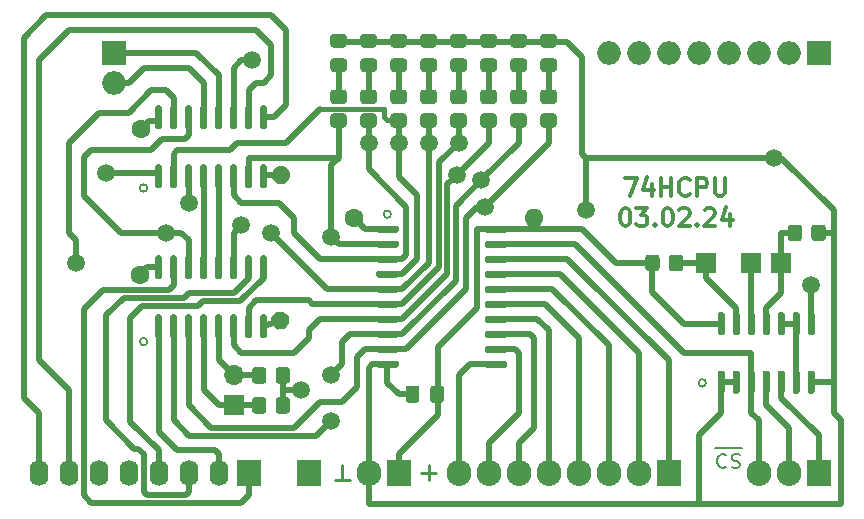
<source format=gbr>
%TF.GenerationSoftware,KiCad,Pcbnew,(5.1.8)-1*%
%TF.CreationDate,2024-03-21T22:45:27+03:00*%
%TF.ProjectId,Reg,5265672e-6b69-4636-9164-5f7063625858,rev?*%
%TF.SameCoordinates,Original*%
%TF.FileFunction,Copper,L1,Top*%
%TF.FilePolarity,Positive*%
%FSLAX46Y46*%
G04 Gerber Fmt 4.6, Leading zero omitted, Abs format (unit mm)*
G04 Created by KiCad (PCBNEW (5.1.8)-1) date 2024-03-21 22:45:28*
%MOMM*%
%LPD*%
G01*
G04 APERTURE LIST*
%TA.AperFunction,NonConductor*%
%ADD10C,0.200000*%
%TD*%
%TA.AperFunction,NonConductor*%
%ADD11C,0.300000*%
%TD*%
%TA.AperFunction,ComponentPad*%
%ADD12O,2.000000X2.000000*%
%TD*%
%TA.AperFunction,ComponentPad*%
%ADD13R,2.000000X2.000000*%
%TD*%
%TA.AperFunction,ComponentPad*%
%ADD14R,1.700000X1.700000*%
%TD*%
%TA.AperFunction,ComponentPad*%
%ADD15O,1.600000X1.600000*%
%TD*%
%TA.AperFunction,ComponentPad*%
%ADD16C,1.600000*%
%TD*%
%TA.AperFunction,ComponentPad*%
%ADD17R,2.100000X2.200000*%
%TD*%
%TA.AperFunction,ComponentPad*%
%ADD18O,1.600000X2.200000*%
%TD*%
%TA.AperFunction,ComponentPad*%
%ADD19O,2.100000X2.200000*%
%TD*%
%TA.AperFunction,ComponentPad*%
%ADD20O,1.700000X1.700000*%
%TD*%
%TA.AperFunction,ViaPad*%
%ADD21C,1.500000*%
%TD*%
%TA.AperFunction,Conductor*%
%ADD22C,0.250000*%
%TD*%
%TA.AperFunction,Conductor*%
%ADD23C,0.500000*%
%TD*%
%TA.AperFunction,Conductor*%
%ADD24C,0.400000*%
%TD*%
G04 APERTURE END LIST*
D10*
X62547500Y-42227500D02*
G75*
G03*
X62547500Y-42227500I-317500J0D01*
G01*
X110588571Y-51263500D02*
X111788571Y-51263500D01*
X111560000Y-52816071D02*
X111502857Y-52873214D01*
X111331428Y-52930357D01*
X111217142Y-52930357D01*
X111045714Y-52873214D01*
X110931428Y-52758928D01*
X110874285Y-52644642D01*
X110817142Y-52416071D01*
X110817142Y-52244642D01*
X110874285Y-52016071D01*
X110931428Y-51901785D01*
X111045714Y-51787500D01*
X111217142Y-51730357D01*
X111331428Y-51730357D01*
X111502857Y-51787500D01*
X111560000Y-51844642D01*
X111788571Y-51263500D02*
X112931428Y-51263500D01*
X112017142Y-52873214D02*
X112188571Y-52930357D01*
X112474285Y-52930357D01*
X112588571Y-52873214D01*
X112645714Y-52816071D01*
X112702857Y-52701785D01*
X112702857Y-52587500D01*
X112645714Y-52473214D01*
X112588571Y-52416071D01*
X112474285Y-52358928D01*
X112245714Y-52301785D01*
X112131428Y-52244642D01*
X112074285Y-52187500D01*
X112017142Y-52073214D01*
X112017142Y-51958928D01*
X112074285Y-51844642D01*
X112131428Y-51787500D01*
X112245714Y-51730357D01*
X112531428Y-51730357D01*
X112702857Y-51787500D01*
X83185000Y-31432500D02*
G75*
G03*
X83185000Y-31432500I-317500J0D01*
G01*
D11*
X102957857Y-30928571D02*
X103100714Y-30928571D01*
X103243571Y-31000000D01*
X103315000Y-31071428D01*
X103386428Y-31214285D01*
X103457857Y-31500000D01*
X103457857Y-31857142D01*
X103386428Y-32142857D01*
X103315000Y-32285714D01*
X103243571Y-32357142D01*
X103100714Y-32428571D01*
X102957857Y-32428571D01*
X102815000Y-32357142D01*
X102743571Y-32285714D01*
X102672142Y-32142857D01*
X102600714Y-31857142D01*
X102600714Y-31500000D01*
X102672142Y-31214285D01*
X102743571Y-31071428D01*
X102815000Y-31000000D01*
X102957857Y-30928571D01*
X103957857Y-30928571D02*
X104886428Y-30928571D01*
X104386428Y-31500000D01*
X104600714Y-31500000D01*
X104743571Y-31571428D01*
X104815000Y-31642857D01*
X104886428Y-31785714D01*
X104886428Y-32142857D01*
X104815000Y-32285714D01*
X104743571Y-32357142D01*
X104600714Y-32428571D01*
X104172142Y-32428571D01*
X104029285Y-32357142D01*
X103957857Y-32285714D01*
X105529285Y-32285714D02*
X105600714Y-32357142D01*
X105529285Y-32428571D01*
X105457857Y-32357142D01*
X105529285Y-32285714D01*
X105529285Y-32428571D01*
X106529285Y-30928571D02*
X106672142Y-30928571D01*
X106815000Y-31000000D01*
X106886428Y-31071428D01*
X106957857Y-31214285D01*
X107029285Y-31500000D01*
X107029285Y-31857142D01*
X106957857Y-32142857D01*
X106886428Y-32285714D01*
X106815000Y-32357142D01*
X106672142Y-32428571D01*
X106529285Y-32428571D01*
X106386428Y-32357142D01*
X106315000Y-32285714D01*
X106243571Y-32142857D01*
X106172142Y-31857142D01*
X106172142Y-31500000D01*
X106243571Y-31214285D01*
X106315000Y-31071428D01*
X106386428Y-31000000D01*
X106529285Y-30928571D01*
X107600714Y-31071428D02*
X107672142Y-31000000D01*
X107815000Y-30928571D01*
X108172142Y-30928571D01*
X108315000Y-31000000D01*
X108386428Y-31071428D01*
X108457857Y-31214285D01*
X108457857Y-31357142D01*
X108386428Y-31571428D01*
X107529285Y-32428571D01*
X108457857Y-32428571D01*
X109100714Y-32285714D02*
X109172142Y-32357142D01*
X109100714Y-32428571D01*
X109029285Y-32357142D01*
X109100714Y-32285714D01*
X109100714Y-32428571D01*
X109743571Y-31071428D02*
X109815000Y-31000000D01*
X109957857Y-30928571D01*
X110315000Y-30928571D01*
X110457857Y-31000000D01*
X110529285Y-31071428D01*
X110600714Y-31214285D01*
X110600714Y-31357142D01*
X110529285Y-31571428D01*
X109672142Y-32428571D01*
X110600714Y-32428571D01*
X111886428Y-31428571D02*
X111886428Y-32428571D01*
X111529285Y-30857142D02*
X111172142Y-31928571D01*
X112100714Y-31928571D01*
X103029285Y-28388571D02*
X104029285Y-28388571D01*
X103386428Y-29888571D01*
X105243571Y-28888571D02*
X105243571Y-29888571D01*
X104886428Y-28317142D02*
X104529285Y-29388571D01*
X105457857Y-29388571D01*
X106029285Y-29888571D02*
X106029285Y-28388571D01*
X106029285Y-29102857D02*
X106886428Y-29102857D01*
X106886428Y-29888571D02*
X106886428Y-28388571D01*
X108457857Y-29745714D02*
X108386428Y-29817142D01*
X108172142Y-29888571D01*
X108029285Y-29888571D01*
X107815000Y-29817142D01*
X107672142Y-29674285D01*
X107600714Y-29531428D01*
X107529285Y-29245714D01*
X107529285Y-29031428D01*
X107600714Y-28745714D01*
X107672142Y-28602857D01*
X107815000Y-28460000D01*
X108029285Y-28388571D01*
X108172142Y-28388571D01*
X108386428Y-28460000D01*
X108457857Y-28531428D01*
X109100714Y-29888571D02*
X109100714Y-28388571D01*
X109672142Y-28388571D01*
X109815000Y-28460000D01*
X109886428Y-28531428D01*
X109957857Y-28674285D01*
X109957857Y-28888571D01*
X109886428Y-29031428D01*
X109815000Y-29102857D01*
X109672142Y-29174285D01*
X109100714Y-29174285D01*
X110600714Y-28388571D02*
X110600714Y-29602857D01*
X110672142Y-29745714D01*
X110743571Y-29817142D01*
X110886428Y-29888571D01*
X111172142Y-29888571D01*
X111315000Y-29817142D01*
X111386428Y-29745714D01*
X111457857Y-29602857D01*
X111457857Y-28388571D01*
D10*
X109855000Y-45720000D02*
G75*
G03*
X109855000Y-45720000I-317500J0D01*
G01*
X62547500Y-29210000D02*
G75*
G03*
X62547500Y-29210000I-317500J0D01*
G01*
D12*
%TO.P,J11,8*%
%TO.N,/AQ0*%
X101600000Y-17780000D03*
%TO.P,J11,7*%
%TO.N,/AQ1*%
X104140000Y-17780000D03*
%TO.P,J11,6*%
%TO.N,/AQ2*%
X106680000Y-17780000D03*
%TO.P,J11,5*%
%TO.N,/AQ3*%
X109220000Y-17780000D03*
%TO.P,J11,4*%
%TO.N,/AQ4*%
X111760000Y-17780000D03*
%TO.P,J11,3*%
%TO.N,/AQ5*%
X114300000Y-17780000D03*
%TO.P,J11,2*%
%TO.N,/AQ6*%
X116840000Y-17780000D03*
D13*
%TO.P,J11,1*%
%TO.N,/AQ7*%
X119380000Y-17780000D03*
%TD*%
%TO.P,R13,2*%
%TO.N,/~MLOAD*%
%TA.AperFunction,SMDPad,CuDef*%
G36*
G01*
X106715000Y-36010001D02*
X106715000Y-35109999D01*
G75*
G02*
X106964999Y-34860000I249999J0D01*
G01*
X107665001Y-34860000D01*
G75*
G02*
X107915000Y-35109999I0J-249999D01*
G01*
X107915000Y-36010001D01*
G75*
G02*
X107665001Y-36260000I-249999J0D01*
G01*
X106964999Y-36260000D01*
G75*
G02*
X106715000Y-36010001I0J249999D01*
G01*
G37*
%TD.AperFunction*%
%TO.P,R13,1*%
%TO.N,VCC*%
%TA.AperFunction,SMDPad,CuDef*%
G36*
G01*
X104715000Y-36010001D02*
X104715000Y-35109999D01*
G75*
G02*
X104964999Y-34860000I249999J0D01*
G01*
X105665001Y-34860000D01*
G75*
G02*
X105915000Y-35109999I0J-249999D01*
G01*
X105915000Y-36010001D01*
G75*
G02*
X105665001Y-36260000I-249999J0D01*
G01*
X104964999Y-36260000D01*
G75*
G02*
X104715000Y-36010001I0J249999D01*
G01*
G37*
%TD.AperFunction*%
%TD*%
D14*
%TO.P,J10,1*%
%TO.N,Net-(J10-Pad1)*%
X113665000Y-35560000D03*
%TD*%
%TO.P,J9,1*%
%TO.N,/~MLOAD*%
X109855000Y-35560000D03*
%TD*%
%TO.P,R12,2*%
%TO.N,/MLOAD*%
%TA.AperFunction,SMDPad,CuDef*%
G36*
G01*
X117980000Y-32569999D02*
X117980000Y-33470001D01*
G75*
G02*
X117730001Y-33720000I-249999J0D01*
G01*
X117029999Y-33720000D01*
G75*
G02*
X116780000Y-33470001I0J249999D01*
G01*
X116780000Y-32569999D01*
G75*
G02*
X117029999Y-32320000I249999J0D01*
G01*
X117730001Y-32320000D01*
G75*
G02*
X117980000Y-32569999I0J-249999D01*
G01*
G37*
%TD.AperFunction*%
%TO.P,R12,1*%
%TO.N,GND*%
%TA.AperFunction,SMDPad,CuDef*%
G36*
G01*
X119980000Y-32569999D02*
X119980000Y-33470001D01*
G75*
G02*
X119730001Y-33720000I-249999J0D01*
G01*
X119029999Y-33720000D01*
G75*
G02*
X118780000Y-33470001I0J249999D01*
G01*
X118780000Y-32569999D01*
G75*
G02*
X119029999Y-32320000I249999J0D01*
G01*
X119730001Y-32320000D01*
G75*
G02*
X119980000Y-32569999I0J-249999D01*
G01*
G37*
%TD.AperFunction*%
%TD*%
%TO.P,J8,1*%
%TO.N,/MLOAD*%
X116205000Y-35560000D03*
%TD*%
%TO.P,R11,2*%
%TO.N,VCC*%
%TA.AperFunction,SMDPad,CuDef*%
G36*
G01*
X73425000Y-45535001D02*
X73425000Y-44634999D01*
G75*
G02*
X73674999Y-44385000I249999J0D01*
G01*
X74375001Y-44385000D01*
G75*
G02*
X74625000Y-44634999I0J-249999D01*
G01*
X74625000Y-45535001D01*
G75*
G02*
X74375001Y-45785000I-249999J0D01*
G01*
X73674999Y-45785000D01*
G75*
G02*
X73425000Y-45535001I0J249999D01*
G01*
G37*
%TD.AperFunction*%
%TO.P,R11,1*%
%TO.N,/Up*%
%TA.AperFunction,SMDPad,CuDef*%
G36*
G01*
X71425000Y-45535001D02*
X71425000Y-44634999D01*
G75*
G02*
X71674999Y-44385000I249999J0D01*
G01*
X72375001Y-44385000D01*
G75*
G02*
X72625000Y-44634999I0J-249999D01*
G01*
X72625000Y-45535001D01*
G75*
G02*
X72375001Y-45785000I-249999J0D01*
G01*
X71674999Y-45785000D01*
G75*
G02*
X71425000Y-45535001I0J249999D01*
G01*
G37*
%TD.AperFunction*%
%TD*%
%TO.P,R10,2*%
%TO.N,VCC*%
%TA.AperFunction,SMDPad,CuDef*%
G36*
G01*
X73425000Y-48075001D02*
X73425000Y-47174999D01*
G75*
G02*
X73674999Y-46925000I249999J0D01*
G01*
X74375001Y-46925000D01*
G75*
G02*
X74625000Y-47174999I0J-249999D01*
G01*
X74625000Y-48075001D01*
G75*
G02*
X74375001Y-48325000I-249999J0D01*
G01*
X73674999Y-48325000D01*
G75*
G02*
X73425000Y-48075001I0J249999D01*
G01*
G37*
%TD.AperFunction*%
%TO.P,R10,1*%
%TO.N,/Down*%
%TA.AperFunction,SMDPad,CuDef*%
G36*
G01*
X71425000Y-48075001D02*
X71425000Y-47174999D01*
G75*
G02*
X71674999Y-46925000I249999J0D01*
G01*
X72375001Y-46925000D01*
G75*
G02*
X72625000Y-47174999I0J-249999D01*
G01*
X72625000Y-48075001D01*
G75*
G02*
X72375001Y-48325000I-249999J0D01*
G01*
X71674999Y-48325000D01*
G75*
G02*
X71425000Y-48075001I0J249999D01*
G01*
G37*
%TD.AperFunction*%
%TD*%
D15*
%TO.P,R1,2*%
%TO.N,VCC*%
X95250000Y-31750000D03*
D16*
%TO.P,R1,1*%
%TO.N,Net-(R1-Pad1)*%
X80010000Y-31750000D03*
%TD*%
%TO.P,C3,2*%
%TO.N,GND*%
%TA.AperFunction,ComponentPad*%
G36*
G01*
X73039861Y-40191498D02*
X73039861Y-40191498D01*
G75*
G02*
X74047920Y-39677867I760845J-247214D01*
G01*
X74047920Y-39677867D01*
G75*
G02*
X74561551Y-40685926I-247214J-760845D01*
G01*
X74561551Y-40685926D01*
G75*
G02*
X73553492Y-41199557I-760845J247214D01*
G01*
X73553492Y-41199557D01*
G75*
G02*
X73039861Y-40191498I247214J760845D01*
G01*
G37*
%TD.AperFunction*%
%TO.P,C3,1*%
%TO.N,VCC*%
X61912500Y-36576000D03*
%TD*%
%TO.P,C1,2*%
%TO.N,GND*%
%TA.AperFunction,ComponentPad*%
G36*
G01*
X73103361Y-27872498D02*
X73103361Y-27872498D01*
G75*
G02*
X74111420Y-27358867I760845J-247214D01*
G01*
X74111420Y-27358867D01*
G75*
G02*
X74625051Y-28366926I-247214J-760845D01*
G01*
X74625051Y-28366926D01*
G75*
G02*
X73616992Y-28880557I-760845J247214D01*
G01*
X73616992Y-28880557D01*
G75*
G02*
X73103361Y-27872498I247214J760845D01*
G01*
G37*
%TD.AperFunction*%
%TO.P,C1,1*%
%TO.N,VCC*%
X61976000Y-24257000D03*
%TD*%
%TO.P,U4,16*%
%TO.N,VCC*%
%TA.AperFunction,SMDPad,CuDef*%
G36*
G01*
X63650000Y-24217500D02*
X63350000Y-24217500D01*
G75*
G02*
X63200000Y-24067500I0J150000D01*
G01*
X63200000Y-22367500D01*
G75*
G02*
X63350000Y-22217500I150000J0D01*
G01*
X63650000Y-22217500D01*
G75*
G02*
X63800000Y-22367500I0J-150000D01*
G01*
X63800000Y-24067500D01*
G75*
G02*
X63650000Y-24217500I-150000J0D01*
G01*
G37*
%TD.AperFunction*%
%TO.P,U4,15*%
%TO.N,/D4*%
%TA.AperFunction,SMDPad,CuDef*%
G36*
G01*
X64920000Y-24217500D02*
X64620000Y-24217500D01*
G75*
G02*
X64470000Y-24067500I0J150000D01*
G01*
X64470000Y-22367500D01*
G75*
G02*
X64620000Y-22217500I150000J0D01*
G01*
X64920000Y-22217500D01*
G75*
G02*
X65070000Y-22367500I0J-150000D01*
G01*
X65070000Y-24067500D01*
G75*
G02*
X64920000Y-24217500I-150000J0D01*
G01*
G37*
%TD.AperFunction*%
%TO.P,U4,14*%
%TO.N,/Res*%
%TA.AperFunction,SMDPad,CuDef*%
G36*
G01*
X66190000Y-24217500D02*
X65890000Y-24217500D01*
G75*
G02*
X65740000Y-24067500I0J150000D01*
G01*
X65740000Y-22367500D01*
G75*
G02*
X65890000Y-22217500I150000J0D01*
G01*
X66190000Y-22217500D01*
G75*
G02*
X66340000Y-22367500I0J-150000D01*
G01*
X66340000Y-24067500D01*
G75*
G02*
X66190000Y-24217500I-150000J0D01*
G01*
G37*
%TD.AperFunction*%
%TO.P,U4,13*%
%TO.N,/DownOut*%
%TA.AperFunction,SMDPad,CuDef*%
G36*
G01*
X67460000Y-24217500D02*
X67160000Y-24217500D01*
G75*
G02*
X67010000Y-24067500I0J150000D01*
G01*
X67010000Y-22367500D01*
G75*
G02*
X67160000Y-22217500I150000J0D01*
G01*
X67460000Y-22217500D01*
G75*
G02*
X67610000Y-22367500I0J-150000D01*
G01*
X67610000Y-24067500D01*
G75*
G02*
X67460000Y-24217500I-150000J0D01*
G01*
G37*
%TD.AperFunction*%
%TO.P,U4,12*%
%TO.N,/UpOut*%
%TA.AperFunction,SMDPad,CuDef*%
G36*
G01*
X68730000Y-24217500D02*
X68430000Y-24217500D01*
G75*
G02*
X68280000Y-24067500I0J150000D01*
G01*
X68280000Y-22367500D01*
G75*
G02*
X68430000Y-22217500I150000J0D01*
G01*
X68730000Y-22217500D01*
G75*
G02*
X68880000Y-22367500I0J-150000D01*
G01*
X68880000Y-24067500D01*
G75*
G02*
X68730000Y-24217500I-150000J0D01*
G01*
G37*
%TD.AperFunction*%
%TO.P,U4,11*%
%TO.N,/~LOAD*%
%TA.AperFunction,SMDPad,CuDef*%
G36*
G01*
X70000000Y-24217500D02*
X69700000Y-24217500D01*
G75*
G02*
X69550000Y-24067500I0J150000D01*
G01*
X69550000Y-22367500D01*
G75*
G02*
X69700000Y-22217500I150000J0D01*
G01*
X70000000Y-22217500D01*
G75*
G02*
X70150000Y-22367500I0J-150000D01*
G01*
X70150000Y-24067500D01*
G75*
G02*
X70000000Y-24217500I-150000J0D01*
G01*
G37*
%TD.AperFunction*%
%TO.P,U4,10*%
%TO.N,/D6*%
%TA.AperFunction,SMDPad,CuDef*%
G36*
G01*
X71270000Y-24217500D02*
X70970000Y-24217500D01*
G75*
G02*
X70820000Y-24067500I0J150000D01*
G01*
X70820000Y-22367500D01*
G75*
G02*
X70970000Y-22217500I150000J0D01*
G01*
X71270000Y-22217500D01*
G75*
G02*
X71420000Y-22367500I0J-150000D01*
G01*
X71420000Y-24067500D01*
G75*
G02*
X71270000Y-24217500I-150000J0D01*
G01*
G37*
%TD.AperFunction*%
%TO.P,U4,9*%
%TO.N,/D7*%
%TA.AperFunction,SMDPad,CuDef*%
G36*
G01*
X72540000Y-24217500D02*
X72240000Y-24217500D01*
G75*
G02*
X72090000Y-24067500I0J150000D01*
G01*
X72090000Y-22367500D01*
G75*
G02*
X72240000Y-22217500I150000J0D01*
G01*
X72540000Y-22217500D01*
G75*
G02*
X72690000Y-22367500I0J-150000D01*
G01*
X72690000Y-24067500D01*
G75*
G02*
X72540000Y-24217500I-150000J0D01*
G01*
G37*
%TD.AperFunction*%
%TO.P,U4,8*%
%TO.N,GND*%
%TA.AperFunction,SMDPad,CuDef*%
G36*
G01*
X72540000Y-29217500D02*
X72240000Y-29217500D01*
G75*
G02*
X72090000Y-29067500I0J150000D01*
G01*
X72090000Y-27367500D01*
G75*
G02*
X72240000Y-27217500I150000J0D01*
G01*
X72540000Y-27217500D01*
G75*
G02*
X72690000Y-27367500I0J-150000D01*
G01*
X72690000Y-29067500D01*
G75*
G02*
X72540000Y-29217500I-150000J0D01*
G01*
G37*
%TD.AperFunction*%
%TO.P,U4,7*%
%TO.N,/L7*%
%TA.AperFunction,SMDPad,CuDef*%
G36*
G01*
X71270000Y-29217500D02*
X70970000Y-29217500D01*
G75*
G02*
X70820000Y-29067500I0J150000D01*
G01*
X70820000Y-27367500D01*
G75*
G02*
X70970000Y-27217500I150000J0D01*
G01*
X71270000Y-27217500D01*
G75*
G02*
X71420000Y-27367500I0J-150000D01*
G01*
X71420000Y-29067500D01*
G75*
G02*
X71270000Y-29217500I-150000J0D01*
G01*
G37*
%TD.AperFunction*%
%TO.P,U4,6*%
%TO.N,/L6*%
%TA.AperFunction,SMDPad,CuDef*%
G36*
G01*
X70000000Y-29217500D02*
X69700000Y-29217500D01*
G75*
G02*
X69550000Y-29067500I0J150000D01*
G01*
X69550000Y-27367500D01*
G75*
G02*
X69700000Y-27217500I150000J0D01*
G01*
X70000000Y-27217500D01*
G75*
G02*
X70150000Y-27367500I0J-150000D01*
G01*
X70150000Y-29067500D01*
G75*
G02*
X70000000Y-29217500I-150000J0D01*
G01*
G37*
%TD.AperFunction*%
%TO.P,U4,5*%
%TO.N,/UpLH*%
%TA.AperFunction,SMDPad,CuDef*%
G36*
G01*
X68730000Y-29217500D02*
X68430000Y-29217500D01*
G75*
G02*
X68280000Y-29067500I0J150000D01*
G01*
X68280000Y-27367500D01*
G75*
G02*
X68430000Y-27217500I150000J0D01*
G01*
X68730000Y-27217500D01*
G75*
G02*
X68880000Y-27367500I0J-150000D01*
G01*
X68880000Y-29067500D01*
G75*
G02*
X68730000Y-29217500I-150000J0D01*
G01*
G37*
%TD.AperFunction*%
%TO.P,U4,4*%
%TO.N,/DownLH*%
%TA.AperFunction,SMDPad,CuDef*%
G36*
G01*
X67460000Y-29217500D02*
X67160000Y-29217500D01*
G75*
G02*
X67010000Y-29067500I0J150000D01*
G01*
X67010000Y-27367500D01*
G75*
G02*
X67160000Y-27217500I150000J0D01*
G01*
X67460000Y-27217500D01*
G75*
G02*
X67610000Y-27367500I0J-150000D01*
G01*
X67610000Y-29067500D01*
G75*
G02*
X67460000Y-29217500I-150000J0D01*
G01*
G37*
%TD.AperFunction*%
%TO.P,U4,3*%
%TO.N,/L4*%
%TA.AperFunction,SMDPad,CuDef*%
G36*
G01*
X66190000Y-29217500D02*
X65890000Y-29217500D01*
G75*
G02*
X65740000Y-29067500I0J150000D01*
G01*
X65740000Y-27367500D01*
G75*
G02*
X65890000Y-27217500I150000J0D01*
G01*
X66190000Y-27217500D01*
G75*
G02*
X66340000Y-27367500I0J-150000D01*
G01*
X66340000Y-29067500D01*
G75*
G02*
X66190000Y-29217500I-150000J0D01*
G01*
G37*
%TD.AperFunction*%
%TO.P,U4,2*%
%TO.N,/L5*%
%TA.AperFunction,SMDPad,CuDef*%
G36*
G01*
X64920000Y-29217500D02*
X64620000Y-29217500D01*
G75*
G02*
X64470000Y-29067500I0J150000D01*
G01*
X64470000Y-27367500D01*
G75*
G02*
X64620000Y-27217500I150000J0D01*
G01*
X64920000Y-27217500D01*
G75*
G02*
X65070000Y-27367500I0J-150000D01*
G01*
X65070000Y-29067500D01*
G75*
G02*
X64920000Y-29217500I-150000J0D01*
G01*
G37*
%TD.AperFunction*%
%TO.P,U4,1*%
%TO.N,/D5*%
%TA.AperFunction,SMDPad,CuDef*%
G36*
G01*
X63650000Y-29217500D02*
X63350000Y-29217500D01*
G75*
G02*
X63200000Y-29067500I0J150000D01*
G01*
X63200000Y-27367500D01*
G75*
G02*
X63350000Y-27217500I150000J0D01*
G01*
X63650000Y-27217500D01*
G75*
G02*
X63800000Y-27367500I0J-150000D01*
G01*
X63800000Y-29067500D01*
G75*
G02*
X63650000Y-29217500I-150000J0D01*
G01*
G37*
%TD.AperFunction*%
%TD*%
%TO.P,U1,16*%
%TO.N,VCC*%
%TA.AperFunction,SMDPad,CuDef*%
G36*
G01*
X63650000Y-36917500D02*
X63350000Y-36917500D01*
G75*
G02*
X63200000Y-36767500I0J150000D01*
G01*
X63200000Y-35067500D01*
G75*
G02*
X63350000Y-34917500I150000J0D01*
G01*
X63650000Y-34917500D01*
G75*
G02*
X63800000Y-35067500I0J-150000D01*
G01*
X63800000Y-36767500D01*
G75*
G02*
X63650000Y-36917500I-150000J0D01*
G01*
G37*
%TD.AperFunction*%
%TO.P,U1,15*%
%TO.N,/D0*%
%TA.AperFunction,SMDPad,CuDef*%
G36*
G01*
X64920000Y-36917500D02*
X64620000Y-36917500D01*
G75*
G02*
X64470000Y-36767500I0J150000D01*
G01*
X64470000Y-35067500D01*
G75*
G02*
X64620000Y-34917500I150000J0D01*
G01*
X64920000Y-34917500D01*
G75*
G02*
X65070000Y-35067500I0J-150000D01*
G01*
X65070000Y-36767500D01*
G75*
G02*
X64920000Y-36917500I-150000J0D01*
G01*
G37*
%TD.AperFunction*%
%TO.P,U1,14*%
%TO.N,/Res*%
%TA.AperFunction,SMDPad,CuDef*%
G36*
G01*
X66190000Y-36917500D02*
X65890000Y-36917500D01*
G75*
G02*
X65740000Y-36767500I0J150000D01*
G01*
X65740000Y-35067500D01*
G75*
G02*
X65890000Y-34917500I150000J0D01*
G01*
X66190000Y-34917500D01*
G75*
G02*
X66340000Y-35067500I0J-150000D01*
G01*
X66340000Y-36767500D01*
G75*
G02*
X66190000Y-36917500I-150000J0D01*
G01*
G37*
%TD.AperFunction*%
%TO.P,U1,13*%
%TO.N,/DownLH*%
%TA.AperFunction,SMDPad,CuDef*%
G36*
G01*
X67460000Y-36917500D02*
X67160000Y-36917500D01*
G75*
G02*
X67010000Y-36767500I0J150000D01*
G01*
X67010000Y-35067500D01*
G75*
G02*
X67160000Y-34917500I150000J0D01*
G01*
X67460000Y-34917500D01*
G75*
G02*
X67610000Y-35067500I0J-150000D01*
G01*
X67610000Y-36767500D01*
G75*
G02*
X67460000Y-36917500I-150000J0D01*
G01*
G37*
%TD.AperFunction*%
%TO.P,U1,12*%
%TO.N,/UpLH*%
%TA.AperFunction,SMDPad,CuDef*%
G36*
G01*
X68730000Y-36917500D02*
X68430000Y-36917500D01*
G75*
G02*
X68280000Y-36767500I0J150000D01*
G01*
X68280000Y-35067500D01*
G75*
G02*
X68430000Y-34917500I150000J0D01*
G01*
X68730000Y-34917500D01*
G75*
G02*
X68880000Y-35067500I0J-150000D01*
G01*
X68880000Y-36767500D01*
G75*
G02*
X68730000Y-36917500I-150000J0D01*
G01*
G37*
%TD.AperFunction*%
%TO.P,U1,11*%
%TO.N,/~LOAD*%
%TA.AperFunction,SMDPad,CuDef*%
G36*
G01*
X70000000Y-36917500D02*
X69700000Y-36917500D01*
G75*
G02*
X69550000Y-36767500I0J150000D01*
G01*
X69550000Y-35067500D01*
G75*
G02*
X69700000Y-34917500I150000J0D01*
G01*
X70000000Y-34917500D01*
G75*
G02*
X70150000Y-35067500I0J-150000D01*
G01*
X70150000Y-36767500D01*
G75*
G02*
X70000000Y-36917500I-150000J0D01*
G01*
G37*
%TD.AperFunction*%
%TO.P,U1,10*%
%TO.N,/D2*%
%TA.AperFunction,SMDPad,CuDef*%
G36*
G01*
X71270000Y-36917500D02*
X70970000Y-36917500D01*
G75*
G02*
X70820000Y-36767500I0J150000D01*
G01*
X70820000Y-35067500D01*
G75*
G02*
X70970000Y-34917500I150000J0D01*
G01*
X71270000Y-34917500D01*
G75*
G02*
X71420000Y-35067500I0J-150000D01*
G01*
X71420000Y-36767500D01*
G75*
G02*
X71270000Y-36917500I-150000J0D01*
G01*
G37*
%TD.AperFunction*%
%TO.P,U1,9*%
%TO.N,/D3*%
%TA.AperFunction,SMDPad,CuDef*%
G36*
G01*
X72540000Y-36917500D02*
X72240000Y-36917500D01*
G75*
G02*
X72090000Y-36767500I0J150000D01*
G01*
X72090000Y-35067500D01*
G75*
G02*
X72240000Y-34917500I150000J0D01*
G01*
X72540000Y-34917500D01*
G75*
G02*
X72690000Y-35067500I0J-150000D01*
G01*
X72690000Y-36767500D01*
G75*
G02*
X72540000Y-36917500I-150000J0D01*
G01*
G37*
%TD.AperFunction*%
%TO.P,U1,8*%
%TO.N,GND*%
%TA.AperFunction,SMDPad,CuDef*%
G36*
G01*
X72540000Y-41917500D02*
X72240000Y-41917500D01*
G75*
G02*
X72090000Y-41767500I0J150000D01*
G01*
X72090000Y-40067500D01*
G75*
G02*
X72240000Y-39917500I150000J0D01*
G01*
X72540000Y-39917500D01*
G75*
G02*
X72690000Y-40067500I0J-150000D01*
G01*
X72690000Y-41767500D01*
G75*
G02*
X72540000Y-41917500I-150000J0D01*
G01*
G37*
%TD.AperFunction*%
%TO.P,U1,7*%
%TO.N,/L3*%
%TA.AperFunction,SMDPad,CuDef*%
G36*
G01*
X71270000Y-41917500D02*
X70970000Y-41917500D01*
G75*
G02*
X70820000Y-41767500I0J150000D01*
G01*
X70820000Y-40067500D01*
G75*
G02*
X70970000Y-39917500I150000J0D01*
G01*
X71270000Y-39917500D01*
G75*
G02*
X71420000Y-40067500I0J-150000D01*
G01*
X71420000Y-41767500D01*
G75*
G02*
X71270000Y-41917500I-150000J0D01*
G01*
G37*
%TD.AperFunction*%
%TO.P,U1,6*%
%TO.N,/L2*%
%TA.AperFunction,SMDPad,CuDef*%
G36*
G01*
X70000000Y-41917500D02*
X69700000Y-41917500D01*
G75*
G02*
X69550000Y-41767500I0J150000D01*
G01*
X69550000Y-40067500D01*
G75*
G02*
X69700000Y-39917500I150000J0D01*
G01*
X70000000Y-39917500D01*
G75*
G02*
X70150000Y-40067500I0J-150000D01*
G01*
X70150000Y-41767500D01*
G75*
G02*
X70000000Y-41917500I-150000J0D01*
G01*
G37*
%TD.AperFunction*%
%TO.P,U1,5*%
%TO.N,/Up*%
%TA.AperFunction,SMDPad,CuDef*%
G36*
G01*
X68730000Y-41917500D02*
X68430000Y-41917500D01*
G75*
G02*
X68280000Y-41767500I0J150000D01*
G01*
X68280000Y-40067500D01*
G75*
G02*
X68430000Y-39917500I150000J0D01*
G01*
X68730000Y-39917500D01*
G75*
G02*
X68880000Y-40067500I0J-150000D01*
G01*
X68880000Y-41767500D01*
G75*
G02*
X68730000Y-41917500I-150000J0D01*
G01*
G37*
%TD.AperFunction*%
%TO.P,U1,4*%
%TO.N,/Down*%
%TA.AperFunction,SMDPad,CuDef*%
G36*
G01*
X67460000Y-41917500D02*
X67160000Y-41917500D01*
G75*
G02*
X67010000Y-41767500I0J150000D01*
G01*
X67010000Y-40067500D01*
G75*
G02*
X67160000Y-39917500I150000J0D01*
G01*
X67460000Y-39917500D01*
G75*
G02*
X67610000Y-40067500I0J-150000D01*
G01*
X67610000Y-41767500D01*
G75*
G02*
X67460000Y-41917500I-150000J0D01*
G01*
G37*
%TD.AperFunction*%
%TO.P,U1,3*%
%TO.N,/L0*%
%TA.AperFunction,SMDPad,CuDef*%
G36*
G01*
X66190000Y-41917500D02*
X65890000Y-41917500D01*
G75*
G02*
X65740000Y-41767500I0J150000D01*
G01*
X65740000Y-40067500D01*
G75*
G02*
X65890000Y-39917500I150000J0D01*
G01*
X66190000Y-39917500D01*
G75*
G02*
X66340000Y-40067500I0J-150000D01*
G01*
X66340000Y-41767500D01*
G75*
G02*
X66190000Y-41917500I-150000J0D01*
G01*
G37*
%TD.AperFunction*%
%TO.P,U1,2*%
%TO.N,/L1*%
%TA.AperFunction,SMDPad,CuDef*%
G36*
G01*
X64920000Y-41917500D02*
X64620000Y-41917500D01*
G75*
G02*
X64470000Y-41767500I0J150000D01*
G01*
X64470000Y-40067500D01*
G75*
G02*
X64620000Y-39917500I150000J0D01*
G01*
X64920000Y-39917500D01*
G75*
G02*
X65070000Y-40067500I0J-150000D01*
G01*
X65070000Y-41767500D01*
G75*
G02*
X64920000Y-41917500I-150000J0D01*
G01*
G37*
%TD.AperFunction*%
%TO.P,U1,1*%
%TO.N,/D1*%
%TA.AperFunction,SMDPad,CuDef*%
G36*
G01*
X63650000Y-41917500D02*
X63350000Y-41917500D01*
G75*
G02*
X63200000Y-41767500I0J150000D01*
G01*
X63200000Y-40067500D01*
G75*
G02*
X63350000Y-39917500I150000J0D01*
G01*
X63650000Y-39917500D01*
G75*
G02*
X63800000Y-40067500I0J-150000D01*
G01*
X63800000Y-41767500D01*
G75*
G02*
X63650000Y-41917500I-150000J0D01*
G01*
G37*
%TD.AperFunction*%
%TD*%
%TO.P,C2,2*%
%TO.N,GND*%
%TA.AperFunction,SMDPad,CuDef*%
G36*
G01*
X85592500Y-46197500D02*
X85592500Y-47147500D01*
G75*
G02*
X85342500Y-47397500I-250000J0D01*
G01*
X84667500Y-47397500D01*
G75*
G02*
X84417500Y-47147500I0J250000D01*
G01*
X84417500Y-46197500D01*
G75*
G02*
X84667500Y-45947500I250000J0D01*
G01*
X85342500Y-45947500D01*
G75*
G02*
X85592500Y-46197500I0J-250000D01*
G01*
G37*
%TD.AperFunction*%
%TO.P,C2,1*%
%TO.N,VCC*%
%TA.AperFunction,SMDPad,CuDef*%
G36*
G01*
X87667500Y-46197500D02*
X87667500Y-47147500D01*
G75*
G02*
X87417500Y-47397500I-250000J0D01*
G01*
X86742500Y-47397500D01*
G75*
G02*
X86492500Y-47147500I0J250000D01*
G01*
X86492500Y-46197500D01*
G75*
G02*
X86742500Y-45947500I250000J0D01*
G01*
X87417500Y-45947500D01*
G75*
G02*
X87667500Y-46197500I0J-250000D01*
G01*
G37*
%TD.AperFunction*%
%TD*%
%TO.P,R9,2*%
%TO.N,Net-(D8-Pad2)*%
%TA.AperFunction,SMDPad,CuDef*%
G36*
G01*
X96970001Y-22095000D02*
X96069999Y-22095000D01*
G75*
G02*
X95820000Y-21845001I0J249999D01*
G01*
X95820000Y-21144999D01*
G75*
G02*
X96069999Y-20895000I249999J0D01*
G01*
X96970001Y-20895000D01*
G75*
G02*
X97220000Y-21144999I0J-249999D01*
G01*
X97220000Y-21845001D01*
G75*
G02*
X96970001Y-22095000I-249999J0D01*
G01*
G37*
%TD.AperFunction*%
%TO.P,R9,1*%
%TO.N,/L0*%
%TA.AperFunction,SMDPad,CuDef*%
G36*
G01*
X96970001Y-24095000D02*
X96069999Y-24095000D01*
G75*
G02*
X95820000Y-23845001I0J249999D01*
G01*
X95820000Y-23144999D01*
G75*
G02*
X96069999Y-22895000I249999J0D01*
G01*
X96970001Y-22895000D01*
G75*
G02*
X97220000Y-23144999I0J-249999D01*
G01*
X97220000Y-23845001D01*
G75*
G02*
X96970001Y-24095000I-249999J0D01*
G01*
G37*
%TD.AperFunction*%
%TD*%
%TO.P,R8,2*%
%TO.N,Net-(D7-Pad2)*%
%TA.AperFunction,SMDPad,CuDef*%
G36*
G01*
X94430001Y-22095000D02*
X93529999Y-22095000D01*
G75*
G02*
X93280000Y-21845001I0J249999D01*
G01*
X93280000Y-21144999D01*
G75*
G02*
X93529999Y-20895000I249999J0D01*
G01*
X94430001Y-20895000D01*
G75*
G02*
X94680000Y-21144999I0J-249999D01*
G01*
X94680000Y-21845001D01*
G75*
G02*
X94430001Y-22095000I-249999J0D01*
G01*
G37*
%TD.AperFunction*%
%TO.P,R8,1*%
%TO.N,/L1*%
%TA.AperFunction,SMDPad,CuDef*%
G36*
G01*
X94430001Y-24095000D02*
X93529999Y-24095000D01*
G75*
G02*
X93280000Y-23845001I0J249999D01*
G01*
X93280000Y-23144999D01*
G75*
G02*
X93529999Y-22895000I249999J0D01*
G01*
X94430001Y-22895000D01*
G75*
G02*
X94680000Y-23144999I0J-249999D01*
G01*
X94680000Y-23845001D01*
G75*
G02*
X94430001Y-24095000I-249999J0D01*
G01*
G37*
%TD.AperFunction*%
%TD*%
%TO.P,R7,2*%
%TO.N,Net-(D6-Pad2)*%
%TA.AperFunction,SMDPad,CuDef*%
G36*
G01*
X91890001Y-22095000D02*
X90989999Y-22095000D01*
G75*
G02*
X90740000Y-21845001I0J249999D01*
G01*
X90740000Y-21144999D01*
G75*
G02*
X90989999Y-20895000I249999J0D01*
G01*
X91890001Y-20895000D01*
G75*
G02*
X92140000Y-21144999I0J-249999D01*
G01*
X92140000Y-21845001D01*
G75*
G02*
X91890001Y-22095000I-249999J0D01*
G01*
G37*
%TD.AperFunction*%
%TO.P,R7,1*%
%TO.N,/L2*%
%TA.AperFunction,SMDPad,CuDef*%
G36*
G01*
X91890001Y-24095000D02*
X90989999Y-24095000D01*
G75*
G02*
X90740000Y-23845001I0J249999D01*
G01*
X90740000Y-23144999D01*
G75*
G02*
X90989999Y-22895000I249999J0D01*
G01*
X91890001Y-22895000D01*
G75*
G02*
X92140000Y-23144999I0J-249999D01*
G01*
X92140000Y-23845001D01*
G75*
G02*
X91890001Y-24095000I-249999J0D01*
G01*
G37*
%TD.AperFunction*%
%TD*%
%TO.P,R6,2*%
%TO.N,Net-(D5-Pad2)*%
%TA.AperFunction,SMDPad,CuDef*%
G36*
G01*
X89350001Y-22095000D02*
X88449999Y-22095000D01*
G75*
G02*
X88200000Y-21845001I0J249999D01*
G01*
X88200000Y-21144999D01*
G75*
G02*
X88449999Y-20895000I249999J0D01*
G01*
X89350001Y-20895000D01*
G75*
G02*
X89600000Y-21144999I0J-249999D01*
G01*
X89600000Y-21845001D01*
G75*
G02*
X89350001Y-22095000I-249999J0D01*
G01*
G37*
%TD.AperFunction*%
%TO.P,R6,1*%
%TO.N,/L3*%
%TA.AperFunction,SMDPad,CuDef*%
G36*
G01*
X89350001Y-24095000D02*
X88449999Y-24095000D01*
G75*
G02*
X88200000Y-23845001I0J249999D01*
G01*
X88200000Y-23144999D01*
G75*
G02*
X88449999Y-22895000I249999J0D01*
G01*
X89350001Y-22895000D01*
G75*
G02*
X89600000Y-23144999I0J-249999D01*
G01*
X89600000Y-23845001D01*
G75*
G02*
X89350001Y-24095000I-249999J0D01*
G01*
G37*
%TD.AperFunction*%
%TD*%
%TO.P,R5,2*%
%TO.N,Net-(D4-Pad2)*%
%TA.AperFunction,SMDPad,CuDef*%
G36*
G01*
X86810001Y-22095000D02*
X85909999Y-22095000D01*
G75*
G02*
X85660000Y-21845001I0J249999D01*
G01*
X85660000Y-21144999D01*
G75*
G02*
X85909999Y-20895000I249999J0D01*
G01*
X86810001Y-20895000D01*
G75*
G02*
X87060000Y-21144999I0J-249999D01*
G01*
X87060000Y-21845001D01*
G75*
G02*
X86810001Y-22095000I-249999J0D01*
G01*
G37*
%TD.AperFunction*%
%TO.P,R5,1*%
%TO.N,/L4*%
%TA.AperFunction,SMDPad,CuDef*%
G36*
G01*
X86810001Y-24095000D02*
X85909999Y-24095000D01*
G75*
G02*
X85660000Y-23845001I0J249999D01*
G01*
X85660000Y-23144999D01*
G75*
G02*
X85909999Y-22895000I249999J0D01*
G01*
X86810001Y-22895000D01*
G75*
G02*
X87060000Y-23144999I0J-249999D01*
G01*
X87060000Y-23845001D01*
G75*
G02*
X86810001Y-24095000I-249999J0D01*
G01*
G37*
%TD.AperFunction*%
%TD*%
%TO.P,R4,2*%
%TO.N,Net-(D3-Pad2)*%
%TA.AperFunction,SMDPad,CuDef*%
G36*
G01*
X84270001Y-22095000D02*
X83369999Y-22095000D01*
G75*
G02*
X83120000Y-21845001I0J249999D01*
G01*
X83120000Y-21144999D01*
G75*
G02*
X83369999Y-20895000I249999J0D01*
G01*
X84270001Y-20895000D01*
G75*
G02*
X84520000Y-21144999I0J-249999D01*
G01*
X84520000Y-21845001D01*
G75*
G02*
X84270001Y-22095000I-249999J0D01*
G01*
G37*
%TD.AperFunction*%
%TO.P,R4,1*%
%TO.N,/L5*%
%TA.AperFunction,SMDPad,CuDef*%
G36*
G01*
X84270001Y-24095000D02*
X83369999Y-24095000D01*
G75*
G02*
X83120000Y-23845001I0J249999D01*
G01*
X83120000Y-23144999D01*
G75*
G02*
X83369999Y-22895000I249999J0D01*
G01*
X84270001Y-22895000D01*
G75*
G02*
X84520000Y-23144999I0J-249999D01*
G01*
X84520000Y-23845001D01*
G75*
G02*
X84270001Y-24095000I-249999J0D01*
G01*
G37*
%TD.AperFunction*%
%TD*%
%TO.P,R3,2*%
%TO.N,Net-(D2-Pad2)*%
%TA.AperFunction,SMDPad,CuDef*%
G36*
G01*
X81730001Y-22095000D02*
X80829999Y-22095000D01*
G75*
G02*
X80580000Y-21845001I0J249999D01*
G01*
X80580000Y-21144999D01*
G75*
G02*
X80829999Y-20895000I249999J0D01*
G01*
X81730001Y-20895000D01*
G75*
G02*
X81980000Y-21144999I0J-249999D01*
G01*
X81980000Y-21845001D01*
G75*
G02*
X81730001Y-22095000I-249999J0D01*
G01*
G37*
%TD.AperFunction*%
%TO.P,R3,1*%
%TO.N,/L6*%
%TA.AperFunction,SMDPad,CuDef*%
G36*
G01*
X81730001Y-24095000D02*
X80829999Y-24095000D01*
G75*
G02*
X80580000Y-23845001I0J249999D01*
G01*
X80580000Y-23144999D01*
G75*
G02*
X80829999Y-22895000I249999J0D01*
G01*
X81730001Y-22895000D01*
G75*
G02*
X81980000Y-23144999I0J-249999D01*
G01*
X81980000Y-23845001D01*
G75*
G02*
X81730001Y-24095000I-249999J0D01*
G01*
G37*
%TD.AperFunction*%
%TD*%
%TO.P,R2,2*%
%TO.N,Net-(D1-Pad2)*%
%TA.AperFunction,SMDPad,CuDef*%
G36*
G01*
X79190001Y-22095000D02*
X78289999Y-22095000D01*
G75*
G02*
X78040000Y-21845001I0J249999D01*
G01*
X78040000Y-21144999D01*
G75*
G02*
X78289999Y-20895000I249999J0D01*
G01*
X79190001Y-20895000D01*
G75*
G02*
X79440000Y-21144999I0J-249999D01*
G01*
X79440000Y-21845001D01*
G75*
G02*
X79190001Y-22095000I-249999J0D01*
G01*
G37*
%TD.AperFunction*%
%TO.P,R2,1*%
%TO.N,/L7*%
%TA.AperFunction,SMDPad,CuDef*%
G36*
G01*
X79190001Y-24095000D02*
X78289999Y-24095000D01*
G75*
G02*
X78040000Y-23845001I0J249999D01*
G01*
X78040000Y-23144999D01*
G75*
G02*
X78289999Y-22895000I249999J0D01*
G01*
X79190001Y-22895000D01*
G75*
G02*
X79440000Y-23144999I0J-249999D01*
G01*
X79440000Y-23845001D01*
G75*
G02*
X79190001Y-24095000I-249999J0D01*
G01*
G37*
%TD.AperFunction*%
%TD*%
%TO.P,D8,2*%
%TO.N,Net-(D8-Pad2)*%
%TA.AperFunction,SMDPad,CuDef*%
G36*
G01*
X96069999Y-18230000D02*
X96970001Y-18230000D01*
G75*
G02*
X97220000Y-18479999I0J-249999D01*
G01*
X97220000Y-19130001D01*
G75*
G02*
X96970001Y-19380000I-249999J0D01*
G01*
X96069999Y-19380000D01*
G75*
G02*
X95820000Y-19130001I0J249999D01*
G01*
X95820000Y-18479999D01*
G75*
G02*
X96069999Y-18230000I249999J0D01*
G01*
G37*
%TD.AperFunction*%
%TO.P,D8,1*%
%TO.N,GND*%
%TA.AperFunction,SMDPad,CuDef*%
G36*
G01*
X96069999Y-16180000D02*
X96970001Y-16180000D01*
G75*
G02*
X97220000Y-16429999I0J-249999D01*
G01*
X97220000Y-17080001D01*
G75*
G02*
X96970001Y-17330000I-249999J0D01*
G01*
X96069999Y-17330000D01*
G75*
G02*
X95820000Y-17080001I0J249999D01*
G01*
X95820000Y-16429999D01*
G75*
G02*
X96069999Y-16180000I249999J0D01*
G01*
G37*
%TD.AperFunction*%
%TD*%
%TO.P,D7,2*%
%TO.N,Net-(D7-Pad2)*%
%TA.AperFunction,SMDPad,CuDef*%
G36*
G01*
X93529999Y-18230000D02*
X94430001Y-18230000D01*
G75*
G02*
X94680000Y-18479999I0J-249999D01*
G01*
X94680000Y-19130001D01*
G75*
G02*
X94430001Y-19380000I-249999J0D01*
G01*
X93529999Y-19380000D01*
G75*
G02*
X93280000Y-19130001I0J249999D01*
G01*
X93280000Y-18479999D01*
G75*
G02*
X93529999Y-18230000I249999J0D01*
G01*
G37*
%TD.AperFunction*%
%TO.P,D7,1*%
%TO.N,GND*%
%TA.AperFunction,SMDPad,CuDef*%
G36*
G01*
X93529999Y-16180000D02*
X94430001Y-16180000D01*
G75*
G02*
X94680000Y-16429999I0J-249999D01*
G01*
X94680000Y-17080001D01*
G75*
G02*
X94430001Y-17330000I-249999J0D01*
G01*
X93529999Y-17330000D01*
G75*
G02*
X93280000Y-17080001I0J249999D01*
G01*
X93280000Y-16429999D01*
G75*
G02*
X93529999Y-16180000I249999J0D01*
G01*
G37*
%TD.AperFunction*%
%TD*%
%TO.P,D6,2*%
%TO.N,Net-(D6-Pad2)*%
%TA.AperFunction,SMDPad,CuDef*%
G36*
G01*
X90989999Y-18230000D02*
X91890001Y-18230000D01*
G75*
G02*
X92140000Y-18479999I0J-249999D01*
G01*
X92140000Y-19130001D01*
G75*
G02*
X91890001Y-19380000I-249999J0D01*
G01*
X90989999Y-19380000D01*
G75*
G02*
X90740000Y-19130001I0J249999D01*
G01*
X90740000Y-18479999D01*
G75*
G02*
X90989999Y-18230000I249999J0D01*
G01*
G37*
%TD.AperFunction*%
%TO.P,D6,1*%
%TO.N,GND*%
%TA.AperFunction,SMDPad,CuDef*%
G36*
G01*
X90989999Y-16180000D02*
X91890001Y-16180000D01*
G75*
G02*
X92140000Y-16429999I0J-249999D01*
G01*
X92140000Y-17080001D01*
G75*
G02*
X91890001Y-17330000I-249999J0D01*
G01*
X90989999Y-17330000D01*
G75*
G02*
X90740000Y-17080001I0J249999D01*
G01*
X90740000Y-16429999D01*
G75*
G02*
X90989999Y-16180000I249999J0D01*
G01*
G37*
%TD.AperFunction*%
%TD*%
%TO.P,D5,2*%
%TO.N,Net-(D5-Pad2)*%
%TA.AperFunction,SMDPad,CuDef*%
G36*
G01*
X88449999Y-18230000D02*
X89350001Y-18230000D01*
G75*
G02*
X89600000Y-18479999I0J-249999D01*
G01*
X89600000Y-19130001D01*
G75*
G02*
X89350001Y-19380000I-249999J0D01*
G01*
X88449999Y-19380000D01*
G75*
G02*
X88200000Y-19130001I0J249999D01*
G01*
X88200000Y-18479999D01*
G75*
G02*
X88449999Y-18230000I249999J0D01*
G01*
G37*
%TD.AperFunction*%
%TO.P,D5,1*%
%TO.N,GND*%
%TA.AperFunction,SMDPad,CuDef*%
G36*
G01*
X88449999Y-16180000D02*
X89350001Y-16180000D01*
G75*
G02*
X89600000Y-16429999I0J-249999D01*
G01*
X89600000Y-17080001D01*
G75*
G02*
X89350001Y-17330000I-249999J0D01*
G01*
X88449999Y-17330000D01*
G75*
G02*
X88200000Y-17080001I0J249999D01*
G01*
X88200000Y-16429999D01*
G75*
G02*
X88449999Y-16180000I249999J0D01*
G01*
G37*
%TD.AperFunction*%
%TD*%
%TO.P,D4,2*%
%TO.N,Net-(D4-Pad2)*%
%TA.AperFunction,SMDPad,CuDef*%
G36*
G01*
X85909999Y-18230000D02*
X86810001Y-18230000D01*
G75*
G02*
X87060000Y-18479999I0J-249999D01*
G01*
X87060000Y-19130001D01*
G75*
G02*
X86810001Y-19380000I-249999J0D01*
G01*
X85909999Y-19380000D01*
G75*
G02*
X85660000Y-19130001I0J249999D01*
G01*
X85660000Y-18479999D01*
G75*
G02*
X85909999Y-18230000I249999J0D01*
G01*
G37*
%TD.AperFunction*%
%TO.P,D4,1*%
%TO.N,GND*%
%TA.AperFunction,SMDPad,CuDef*%
G36*
G01*
X85909999Y-16180000D02*
X86810001Y-16180000D01*
G75*
G02*
X87060000Y-16429999I0J-249999D01*
G01*
X87060000Y-17080001D01*
G75*
G02*
X86810001Y-17330000I-249999J0D01*
G01*
X85909999Y-17330000D01*
G75*
G02*
X85660000Y-17080001I0J249999D01*
G01*
X85660000Y-16429999D01*
G75*
G02*
X85909999Y-16180000I249999J0D01*
G01*
G37*
%TD.AperFunction*%
%TD*%
%TO.P,D3,2*%
%TO.N,Net-(D3-Pad2)*%
%TA.AperFunction,SMDPad,CuDef*%
G36*
G01*
X83369999Y-18230000D02*
X84270001Y-18230000D01*
G75*
G02*
X84520000Y-18479999I0J-249999D01*
G01*
X84520000Y-19130001D01*
G75*
G02*
X84270001Y-19380000I-249999J0D01*
G01*
X83369999Y-19380000D01*
G75*
G02*
X83120000Y-19130001I0J249999D01*
G01*
X83120000Y-18479999D01*
G75*
G02*
X83369999Y-18230000I249999J0D01*
G01*
G37*
%TD.AperFunction*%
%TO.P,D3,1*%
%TO.N,GND*%
%TA.AperFunction,SMDPad,CuDef*%
G36*
G01*
X83369999Y-16180000D02*
X84270001Y-16180000D01*
G75*
G02*
X84520000Y-16429999I0J-249999D01*
G01*
X84520000Y-17080001D01*
G75*
G02*
X84270001Y-17330000I-249999J0D01*
G01*
X83369999Y-17330000D01*
G75*
G02*
X83120000Y-17080001I0J249999D01*
G01*
X83120000Y-16429999D01*
G75*
G02*
X83369999Y-16180000I249999J0D01*
G01*
G37*
%TD.AperFunction*%
%TD*%
%TO.P,D2,2*%
%TO.N,Net-(D2-Pad2)*%
%TA.AperFunction,SMDPad,CuDef*%
G36*
G01*
X80829999Y-18230000D02*
X81730001Y-18230000D01*
G75*
G02*
X81980000Y-18479999I0J-249999D01*
G01*
X81980000Y-19130001D01*
G75*
G02*
X81730001Y-19380000I-249999J0D01*
G01*
X80829999Y-19380000D01*
G75*
G02*
X80580000Y-19130001I0J249999D01*
G01*
X80580000Y-18479999D01*
G75*
G02*
X80829999Y-18230000I249999J0D01*
G01*
G37*
%TD.AperFunction*%
%TO.P,D2,1*%
%TO.N,GND*%
%TA.AperFunction,SMDPad,CuDef*%
G36*
G01*
X80829999Y-16180000D02*
X81730001Y-16180000D01*
G75*
G02*
X81980000Y-16429999I0J-249999D01*
G01*
X81980000Y-17080001D01*
G75*
G02*
X81730001Y-17330000I-249999J0D01*
G01*
X80829999Y-17330000D01*
G75*
G02*
X80580000Y-17080001I0J249999D01*
G01*
X80580000Y-16429999D01*
G75*
G02*
X80829999Y-16180000I249999J0D01*
G01*
G37*
%TD.AperFunction*%
%TD*%
%TO.P,D1,2*%
%TO.N,Net-(D1-Pad2)*%
%TA.AperFunction,SMDPad,CuDef*%
G36*
G01*
X78289999Y-18230000D02*
X79190001Y-18230000D01*
G75*
G02*
X79440000Y-18479999I0J-249999D01*
G01*
X79440000Y-19130001D01*
G75*
G02*
X79190001Y-19380000I-249999J0D01*
G01*
X78289999Y-19380000D01*
G75*
G02*
X78040000Y-19130001I0J249999D01*
G01*
X78040000Y-18479999D01*
G75*
G02*
X78289999Y-18230000I249999J0D01*
G01*
G37*
%TD.AperFunction*%
%TO.P,D1,1*%
%TO.N,GND*%
%TA.AperFunction,SMDPad,CuDef*%
G36*
G01*
X78289999Y-16180000D02*
X79190001Y-16180000D01*
G75*
G02*
X79440000Y-16429999I0J-249999D01*
G01*
X79440000Y-17080001D01*
G75*
G02*
X79190001Y-17330000I-249999J0D01*
G01*
X78289999Y-17330000D01*
G75*
G02*
X78040000Y-17080001I0J249999D01*
G01*
X78040000Y-16429999D01*
G75*
G02*
X78289999Y-16180000I249999J0D01*
G01*
G37*
%TD.AperFunction*%
%TD*%
D17*
%TO.P,J1,1*%
%TO.N,/D0*%
X71120000Y-53340000D03*
D18*
%TO.P,J1,2*%
%TO.N,/D1*%
X68580000Y-53340000D03*
%TO.P,J1,3*%
%TO.N,/D2*%
X66040000Y-53340000D03*
%TO.P,J1,4*%
%TO.N,/D3*%
X63500000Y-53340000D03*
%TO.P,J1,5*%
%TO.N,/D4*%
X60960000Y-53340000D03*
%TO.P,J1,6*%
%TO.N,/D5*%
X58420000Y-53340000D03*
%TO.P,J1,7*%
%TO.N,/D6*%
X55880000Y-53340000D03*
%TO.P,J1,8*%
%TO.N,/D7*%
X53340000Y-53340000D03*
%TD*%
D19*
%TO.P,J2,8*%
%TO.N,/Q0*%
X88900000Y-53340000D03*
%TO.P,J2,7*%
%TO.N,/Q1*%
X91440000Y-53340000D03*
%TO.P,J2,6*%
%TO.N,/Q2*%
X93980000Y-53340000D03*
%TO.P,J2,5*%
%TO.N,/Q3*%
X96520000Y-53340000D03*
%TO.P,J2,4*%
%TO.N,/Q4*%
X99060000Y-53340000D03*
%TO.P,J2,3*%
%TO.N,/Q5*%
X101600000Y-53340000D03*
%TO.P,J2,2*%
%TO.N,/Q6*%
X104140000Y-53340000D03*
D17*
%TO.P,J2,1*%
%TO.N,/Q7*%
X106680000Y-53340000D03*
%TD*%
%TO.P,J3,1*%
%TO.N,VCC*%
X83820000Y-53340000D03*
D19*
%TO.P,J3,2*%
%TO.N,GND*%
X81280000Y-53340000D03*
%TD*%
%TO.P,U3,1*%
%TO.N,GND*%
%TA.AperFunction,SMDPad,CuDef*%
G36*
G01*
X111275000Y-46630000D02*
X110975000Y-46630000D01*
G75*
G02*
X110825000Y-46480000I0J150000D01*
G01*
X110825000Y-44830000D01*
G75*
G02*
X110975000Y-44680000I150000J0D01*
G01*
X111275000Y-44680000D01*
G75*
G02*
X111425000Y-44830000I0J-150000D01*
G01*
X111425000Y-46480000D01*
G75*
G02*
X111275000Y-46630000I-150000J0D01*
G01*
G37*
%TD.AperFunction*%
%TO.P,U3,2*%
%TA.AperFunction,SMDPad,CuDef*%
G36*
G01*
X112545000Y-46630000D02*
X112245000Y-46630000D01*
G75*
G02*
X112095000Y-46480000I0J150000D01*
G01*
X112095000Y-44830000D01*
G75*
G02*
X112245000Y-44680000I150000J0D01*
G01*
X112545000Y-44680000D01*
G75*
G02*
X112695000Y-44830000I0J-150000D01*
G01*
X112695000Y-46480000D01*
G75*
G02*
X112545000Y-46630000I-150000J0D01*
G01*
G37*
%TD.AperFunction*%
%TO.P,U3,3*%
%TO.N,/~CS*%
%TA.AperFunction,SMDPad,CuDef*%
G36*
G01*
X113815000Y-46630000D02*
X113515000Y-46630000D01*
G75*
G02*
X113365000Y-46480000I0J150000D01*
G01*
X113365000Y-44830000D01*
G75*
G02*
X113515000Y-44680000I150000J0D01*
G01*
X113815000Y-44680000D01*
G75*
G02*
X113965000Y-44830000I0J-150000D01*
G01*
X113965000Y-46480000D01*
G75*
G02*
X113815000Y-46630000I-150000J0D01*
G01*
G37*
%TD.AperFunction*%
%TO.P,U3,4*%
%TO.N,/~Col*%
%TA.AperFunction,SMDPad,CuDef*%
G36*
G01*
X115085000Y-46630000D02*
X114785000Y-46630000D01*
G75*
G02*
X114635000Y-46480000I0J150000D01*
G01*
X114635000Y-44830000D01*
G75*
G02*
X114785000Y-44680000I150000J0D01*
G01*
X115085000Y-44680000D01*
G75*
G02*
X115235000Y-44830000I0J-150000D01*
G01*
X115235000Y-46480000D01*
G75*
G02*
X115085000Y-46630000I-150000J0D01*
G01*
G37*
%TD.AperFunction*%
%TO.P,U3,5*%
%TO.N,/~Row*%
%TA.AperFunction,SMDPad,CuDef*%
G36*
G01*
X116355000Y-46630000D02*
X116055000Y-46630000D01*
G75*
G02*
X115905000Y-46480000I0J150000D01*
G01*
X115905000Y-44830000D01*
G75*
G02*
X116055000Y-44680000I150000J0D01*
G01*
X116355000Y-44680000D01*
G75*
G02*
X116505000Y-44830000I0J-150000D01*
G01*
X116505000Y-46480000D01*
G75*
G02*
X116355000Y-46630000I-150000J0D01*
G01*
G37*
%TD.AperFunction*%
%TO.P,U3,6*%
%TO.N,Net-(U3-Pad10)*%
%TA.AperFunction,SMDPad,CuDef*%
G36*
G01*
X117625000Y-46630000D02*
X117325000Y-46630000D01*
G75*
G02*
X117175000Y-46480000I0J150000D01*
G01*
X117175000Y-44830000D01*
G75*
G02*
X117325000Y-44680000I150000J0D01*
G01*
X117625000Y-44680000D01*
G75*
G02*
X117775000Y-44830000I0J-150000D01*
G01*
X117775000Y-46480000D01*
G75*
G02*
X117625000Y-46630000I-150000J0D01*
G01*
G37*
%TD.AperFunction*%
%TO.P,U3,7*%
%TO.N,GND*%
%TA.AperFunction,SMDPad,CuDef*%
G36*
G01*
X118895000Y-46630000D02*
X118595000Y-46630000D01*
G75*
G02*
X118445000Y-46480000I0J150000D01*
G01*
X118445000Y-44830000D01*
G75*
G02*
X118595000Y-44680000I150000J0D01*
G01*
X118895000Y-44680000D01*
G75*
G02*
X119045000Y-44830000I0J-150000D01*
G01*
X119045000Y-46480000D01*
G75*
G02*
X118895000Y-46630000I-150000J0D01*
G01*
G37*
%TD.AperFunction*%
%TO.P,U3,8*%
%TO.N,/~LOAD*%
%TA.AperFunction,SMDPad,CuDef*%
G36*
G01*
X118895000Y-41680000D02*
X118595000Y-41680000D01*
G75*
G02*
X118445000Y-41530000I0J150000D01*
G01*
X118445000Y-39880000D01*
G75*
G02*
X118595000Y-39730000I150000J0D01*
G01*
X118895000Y-39730000D01*
G75*
G02*
X119045000Y-39880000I0J-150000D01*
G01*
X119045000Y-41530000D01*
G75*
G02*
X118895000Y-41680000I-150000J0D01*
G01*
G37*
%TD.AperFunction*%
%TO.P,U3,9*%
%TO.N,Net-(U3-Pad10)*%
%TA.AperFunction,SMDPad,CuDef*%
G36*
G01*
X117625000Y-41680000D02*
X117325000Y-41680000D01*
G75*
G02*
X117175000Y-41530000I0J150000D01*
G01*
X117175000Y-39880000D01*
G75*
G02*
X117325000Y-39730000I150000J0D01*
G01*
X117625000Y-39730000D01*
G75*
G02*
X117775000Y-39880000I0J-150000D01*
G01*
X117775000Y-41530000D01*
G75*
G02*
X117625000Y-41680000I-150000J0D01*
G01*
G37*
%TD.AperFunction*%
%TO.P,U3,10*%
%TA.AperFunction,SMDPad,CuDef*%
G36*
G01*
X116355000Y-41680000D02*
X116055000Y-41680000D01*
G75*
G02*
X115905000Y-41530000I0J150000D01*
G01*
X115905000Y-39880000D01*
G75*
G02*
X116055000Y-39730000I150000J0D01*
G01*
X116355000Y-39730000D01*
G75*
G02*
X116505000Y-39880000I0J-150000D01*
G01*
X116505000Y-41530000D01*
G75*
G02*
X116355000Y-41680000I-150000J0D01*
G01*
G37*
%TD.AperFunction*%
%TO.P,U3,11*%
%TO.N,/MLOAD*%
%TA.AperFunction,SMDPad,CuDef*%
G36*
G01*
X115085000Y-41680000D02*
X114785000Y-41680000D01*
G75*
G02*
X114635000Y-41530000I0J150000D01*
G01*
X114635000Y-39880000D01*
G75*
G02*
X114785000Y-39730000I150000J0D01*
G01*
X115085000Y-39730000D01*
G75*
G02*
X115235000Y-39880000I0J-150000D01*
G01*
X115235000Y-41530000D01*
G75*
G02*
X115085000Y-41680000I-150000J0D01*
G01*
G37*
%TD.AperFunction*%
%TO.P,U3,12*%
%TO.N,Net-(J10-Pad1)*%
%TA.AperFunction,SMDPad,CuDef*%
G36*
G01*
X113815000Y-41680000D02*
X113515000Y-41680000D01*
G75*
G02*
X113365000Y-41530000I0J150000D01*
G01*
X113365000Y-39880000D01*
G75*
G02*
X113515000Y-39730000I150000J0D01*
G01*
X113815000Y-39730000D01*
G75*
G02*
X113965000Y-39880000I0J-150000D01*
G01*
X113965000Y-41530000D01*
G75*
G02*
X113815000Y-41680000I-150000J0D01*
G01*
G37*
%TD.AperFunction*%
%TO.P,U3,13*%
%TO.N,/~MLOAD*%
%TA.AperFunction,SMDPad,CuDef*%
G36*
G01*
X112545000Y-41680000D02*
X112245000Y-41680000D01*
G75*
G02*
X112095000Y-41530000I0J150000D01*
G01*
X112095000Y-39880000D01*
G75*
G02*
X112245000Y-39730000I150000J0D01*
G01*
X112545000Y-39730000D01*
G75*
G02*
X112695000Y-39880000I0J-150000D01*
G01*
X112695000Y-41530000D01*
G75*
G02*
X112545000Y-41680000I-150000J0D01*
G01*
G37*
%TD.AperFunction*%
%TO.P,U3,14*%
%TO.N,VCC*%
%TA.AperFunction,SMDPad,CuDef*%
G36*
G01*
X111275000Y-41680000D02*
X110975000Y-41680000D01*
G75*
G02*
X110825000Y-41530000I0J150000D01*
G01*
X110825000Y-39880000D01*
G75*
G02*
X110975000Y-39730000I150000J0D01*
G01*
X111275000Y-39730000D01*
G75*
G02*
X111425000Y-39880000I0J-150000D01*
G01*
X111425000Y-41530000D01*
G75*
G02*
X111275000Y-41680000I-150000J0D01*
G01*
G37*
%TD.AperFunction*%
%TD*%
%TO.P,U2,1*%
%TO.N,Net-(R1-Pad1)*%
%TA.AperFunction,SMDPad,CuDef*%
G36*
G01*
X81917500Y-32852500D02*
X81917500Y-32552500D01*
G75*
G02*
X82067500Y-32402500I150000J0D01*
G01*
X83667500Y-32402500D01*
G75*
G02*
X83817500Y-32552500I0J-150000D01*
G01*
X83817500Y-32852500D01*
G75*
G02*
X83667500Y-33002500I-150000J0D01*
G01*
X82067500Y-33002500D01*
G75*
G02*
X81917500Y-32852500I0J150000D01*
G01*
G37*
%TD.AperFunction*%
%TO.P,U2,2*%
%TO.N,/L7*%
%TA.AperFunction,SMDPad,CuDef*%
G36*
G01*
X81917500Y-34122500D02*
X81917500Y-33822500D01*
G75*
G02*
X82067500Y-33672500I150000J0D01*
G01*
X83667500Y-33672500D01*
G75*
G02*
X83817500Y-33822500I0J-150000D01*
G01*
X83817500Y-34122500D01*
G75*
G02*
X83667500Y-34272500I-150000J0D01*
G01*
X82067500Y-34272500D01*
G75*
G02*
X81917500Y-34122500I0J150000D01*
G01*
G37*
%TD.AperFunction*%
%TO.P,U2,3*%
%TO.N,/L6*%
%TA.AperFunction,SMDPad,CuDef*%
G36*
G01*
X81917500Y-35392500D02*
X81917500Y-35092500D01*
G75*
G02*
X82067500Y-34942500I150000J0D01*
G01*
X83667500Y-34942500D01*
G75*
G02*
X83817500Y-35092500I0J-150000D01*
G01*
X83817500Y-35392500D01*
G75*
G02*
X83667500Y-35542500I-150000J0D01*
G01*
X82067500Y-35542500D01*
G75*
G02*
X81917500Y-35392500I0J150000D01*
G01*
G37*
%TD.AperFunction*%
%TO.P,U2,4*%
%TO.N,/L5*%
%TA.AperFunction,SMDPad,CuDef*%
G36*
G01*
X81917500Y-36662500D02*
X81917500Y-36362500D01*
G75*
G02*
X82067500Y-36212500I150000J0D01*
G01*
X83667500Y-36212500D01*
G75*
G02*
X83817500Y-36362500I0J-150000D01*
G01*
X83817500Y-36662500D01*
G75*
G02*
X83667500Y-36812500I-150000J0D01*
G01*
X82067500Y-36812500D01*
G75*
G02*
X81917500Y-36662500I0J150000D01*
G01*
G37*
%TD.AperFunction*%
%TO.P,U2,5*%
%TO.N,/L4*%
%TA.AperFunction,SMDPad,CuDef*%
G36*
G01*
X81917500Y-37932500D02*
X81917500Y-37632500D01*
G75*
G02*
X82067500Y-37482500I150000J0D01*
G01*
X83667500Y-37482500D01*
G75*
G02*
X83817500Y-37632500I0J-150000D01*
G01*
X83817500Y-37932500D01*
G75*
G02*
X83667500Y-38082500I-150000J0D01*
G01*
X82067500Y-38082500D01*
G75*
G02*
X81917500Y-37932500I0J150000D01*
G01*
G37*
%TD.AperFunction*%
%TO.P,U2,6*%
%TO.N,/L3*%
%TA.AperFunction,SMDPad,CuDef*%
G36*
G01*
X81917500Y-39202500D02*
X81917500Y-38902500D01*
G75*
G02*
X82067500Y-38752500I150000J0D01*
G01*
X83667500Y-38752500D01*
G75*
G02*
X83817500Y-38902500I0J-150000D01*
G01*
X83817500Y-39202500D01*
G75*
G02*
X83667500Y-39352500I-150000J0D01*
G01*
X82067500Y-39352500D01*
G75*
G02*
X81917500Y-39202500I0J150000D01*
G01*
G37*
%TD.AperFunction*%
%TO.P,U2,7*%
%TO.N,/L2*%
%TA.AperFunction,SMDPad,CuDef*%
G36*
G01*
X81917500Y-40472500D02*
X81917500Y-40172500D01*
G75*
G02*
X82067500Y-40022500I150000J0D01*
G01*
X83667500Y-40022500D01*
G75*
G02*
X83817500Y-40172500I0J-150000D01*
G01*
X83817500Y-40472500D01*
G75*
G02*
X83667500Y-40622500I-150000J0D01*
G01*
X82067500Y-40622500D01*
G75*
G02*
X81917500Y-40472500I0J150000D01*
G01*
G37*
%TD.AperFunction*%
%TO.P,U2,8*%
%TO.N,/L1*%
%TA.AperFunction,SMDPad,CuDef*%
G36*
G01*
X81917500Y-41742500D02*
X81917500Y-41442500D01*
G75*
G02*
X82067500Y-41292500I150000J0D01*
G01*
X83667500Y-41292500D01*
G75*
G02*
X83817500Y-41442500I0J-150000D01*
G01*
X83817500Y-41742500D01*
G75*
G02*
X83667500Y-41892500I-150000J0D01*
G01*
X82067500Y-41892500D01*
G75*
G02*
X81917500Y-41742500I0J150000D01*
G01*
G37*
%TD.AperFunction*%
%TO.P,U2,9*%
%TO.N,/L0*%
%TA.AperFunction,SMDPad,CuDef*%
G36*
G01*
X81917500Y-43012500D02*
X81917500Y-42712500D01*
G75*
G02*
X82067500Y-42562500I150000J0D01*
G01*
X83667500Y-42562500D01*
G75*
G02*
X83817500Y-42712500I0J-150000D01*
G01*
X83817500Y-43012500D01*
G75*
G02*
X83667500Y-43162500I-150000J0D01*
G01*
X82067500Y-43162500D01*
G75*
G02*
X81917500Y-43012500I0J150000D01*
G01*
G37*
%TD.AperFunction*%
%TO.P,U2,10*%
%TO.N,GND*%
%TA.AperFunction,SMDPad,CuDef*%
G36*
G01*
X81917500Y-44282500D02*
X81917500Y-43982500D01*
G75*
G02*
X82067500Y-43832500I150000J0D01*
G01*
X83667500Y-43832500D01*
G75*
G02*
X83817500Y-43982500I0J-150000D01*
G01*
X83817500Y-44282500D01*
G75*
G02*
X83667500Y-44432500I-150000J0D01*
G01*
X82067500Y-44432500D01*
G75*
G02*
X81917500Y-44282500I0J150000D01*
G01*
G37*
%TD.AperFunction*%
%TO.P,U2,11*%
%TO.N,/Q0*%
%TA.AperFunction,SMDPad,CuDef*%
G36*
G01*
X91117500Y-44282500D02*
X91117500Y-43982500D01*
G75*
G02*
X91267500Y-43832500I150000J0D01*
G01*
X92867500Y-43832500D01*
G75*
G02*
X93017500Y-43982500I0J-150000D01*
G01*
X93017500Y-44282500D01*
G75*
G02*
X92867500Y-44432500I-150000J0D01*
G01*
X91267500Y-44432500D01*
G75*
G02*
X91117500Y-44282500I0J150000D01*
G01*
G37*
%TD.AperFunction*%
%TO.P,U2,12*%
%TO.N,/Q1*%
%TA.AperFunction,SMDPad,CuDef*%
G36*
G01*
X91117500Y-43012500D02*
X91117500Y-42712500D01*
G75*
G02*
X91267500Y-42562500I150000J0D01*
G01*
X92867500Y-42562500D01*
G75*
G02*
X93017500Y-42712500I0J-150000D01*
G01*
X93017500Y-43012500D01*
G75*
G02*
X92867500Y-43162500I-150000J0D01*
G01*
X91267500Y-43162500D01*
G75*
G02*
X91117500Y-43012500I0J150000D01*
G01*
G37*
%TD.AperFunction*%
%TO.P,U2,13*%
%TO.N,/Q2*%
%TA.AperFunction,SMDPad,CuDef*%
G36*
G01*
X91117500Y-41742500D02*
X91117500Y-41442500D01*
G75*
G02*
X91267500Y-41292500I150000J0D01*
G01*
X92867500Y-41292500D01*
G75*
G02*
X93017500Y-41442500I0J-150000D01*
G01*
X93017500Y-41742500D01*
G75*
G02*
X92867500Y-41892500I-150000J0D01*
G01*
X91267500Y-41892500D01*
G75*
G02*
X91117500Y-41742500I0J150000D01*
G01*
G37*
%TD.AperFunction*%
%TO.P,U2,14*%
%TO.N,/Q3*%
%TA.AperFunction,SMDPad,CuDef*%
G36*
G01*
X91117500Y-40472500D02*
X91117500Y-40172500D01*
G75*
G02*
X91267500Y-40022500I150000J0D01*
G01*
X92867500Y-40022500D01*
G75*
G02*
X93017500Y-40172500I0J-150000D01*
G01*
X93017500Y-40472500D01*
G75*
G02*
X92867500Y-40622500I-150000J0D01*
G01*
X91267500Y-40622500D01*
G75*
G02*
X91117500Y-40472500I0J150000D01*
G01*
G37*
%TD.AperFunction*%
%TO.P,U2,15*%
%TO.N,/Q4*%
%TA.AperFunction,SMDPad,CuDef*%
G36*
G01*
X91117500Y-39202500D02*
X91117500Y-38902500D01*
G75*
G02*
X91267500Y-38752500I150000J0D01*
G01*
X92867500Y-38752500D01*
G75*
G02*
X93017500Y-38902500I0J-150000D01*
G01*
X93017500Y-39202500D01*
G75*
G02*
X92867500Y-39352500I-150000J0D01*
G01*
X91267500Y-39352500D01*
G75*
G02*
X91117500Y-39202500I0J150000D01*
G01*
G37*
%TD.AperFunction*%
%TO.P,U2,16*%
%TO.N,/Q5*%
%TA.AperFunction,SMDPad,CuDef*%
G36*
G01*
X91117500Y-37932500D02*
X91117500Y-37632500D01*
G75*
G02*
X91267500Y-37482500I150000J0D01*
G01*
X92867500Y-37482500D01*
G75*
G02*
X93017500Y-37632500I0J-150000D01*
G01*
X93017500Y-37932500D01*
G75*
G02*
X92867500Y-38082500I-150000J0D01*
G01*
X91267500Y-38082500D01*
G75*
G02*
X91117500Y-37932500I0J150000D01*
G01*
G37*
%TD.AperFunction*%
%TO.P,U2,17*%
%TO.N,/Q6*%
%TA.AperFunction,SMDPad,CuDef*%
G36*
G01*
X91117500Y-36662500D02*
X91117500Y-36362500D01*
G75*
G02*
X91267500Y-36212500I150000J0D01*
G01*
X92867500Y-36212500D01*
G75*
G02*
X93017500Y-36362500I0J-150000D01*
G01*
X93017500Y-36662500D01*
G75*
G02*
X92867500Y-36812500I-150000J0D01*
G01*
X91267500Y-36812500D01*
G75*
G02*
X91117500Y-36662500I0J150000D01*
G01*
G37*
%TD.AperFunction*%
%TO.P,U2,18*%
%TO.N,/Q7*%
%TA.AperFunction,SMDPad,CuDef*%
G36*
G01*
X91117500Y-35392500D02*
X91117500Y-35092500D01*
G75*
G02*
X91267500Y-34942500I150000J0D01*
G01*
X92867500Y-34942500D01*
G75*
G02*
X93017500Y-35092500I0J-150000D01*
G01*
X93017500Y-35392500D01*
G75*
G02*
X92867500Y-35542500I-150000J0D01*
G01*
X91267500Y-35542500D01*
G75*
G02*
X91117500Y-35392500I0J150000D01*
G01*
G37*
%TD.AperFunction*%
%TO.P,U2,19*%
%TO.N,/~CS*%
%TA.AperFunction,SMDPad,CuDef*%
G36*
G01*
X91117500Y-34122500D02*
X91117500Y-33822500D01*
G75*
G02*
X91267500Y-33672500I150000J0D01*
G01*
X92867500Y-33672500D01*
G75*
G02*
X93017500Y-33822500I0J-150000D01*
G01*
X93017500Y-34122500D01*
G75*
G02*
X92867500Y-34272500I-150000J0D01*
G01*
X91267500Y-34272500D01*
G75*
G02*
X91117500Y-34122500I0J150000D01*
G01*
G37*
%TD.AperFunction*%
%TO.P,U2,20*%
%TO.N,VCC*%
%TA.AperFunction,SMDPad,CuDef*%
G36*
G01*
X91117500Y-32852500D02*
X91117500Y-32552500D01*
G75*
G02*
X91267500Y-32402500I150000J0D01*
G01*
X92867500Y-32402500D01*
G75*
G02*
X93017500Y-32552500I0J-150000D01*
G01*
X93017500Y-32852500D01*
G75*
G02*
X92867500Y-33002500I-150000J0D01*
G01*
X91267500Y-33002500D01*
G75*
G02*
X91117500Y-32852500I0J150000D01*
G01*
G37*
%TD.AperFunction*%
%TD*%
D17*
%TO.P,J4,1*%
%TO.N,/~Row*%
X119380000Y-53340000D03*
D19*
%TO.P,J4,2*%
%TO.N,/~Col*%
X116840000Y-53340000D03*
%TO.P,J4,3*%
%TO.N,/~CS*%
X114300000Y-53340000D03*
%TD*%
D12*
%TO.P,J5,2*%
%TO.N,/DownOut*%
X59690000Y-20320000D03*
D13*
%TO.P,J5,1*%
%TO.N,/UpOut*%
X59690000Y-17780000D03*
%TD*%
D14*
%TO.P,J6,1*%
%TO.N,/Down*%
X69850000Y-47625000D03*
D20*
%TO.P,J6,2*%
%TO.N,/Up*%
X69850000Y-45085000D03*
%TD*%
D17*
%TO.P,J7,1*%
%TO.N,/Res*%
X76200000Y-53340000D03*
%TD*%
D21*
%TO.N,VCC*%
X75565000Y-46355000D03*
%TO.N,GND*%
X115570000Y-26670000D03*
X99695000Y-31115000D03*
%TO.N,/D5*%
X59055000Y-27940000D03*
%TO.N,/D4*%
X56515000Y-35560000D03*
%TO.N,/L0*%
X91122500Y-30797500D03*
%TO.N,/L1*%
X78105000Y-45085000D03*
X78105000Y-48960010D03*
X90805000Y-28575000D03*
%TO.N,/L2*%
X88741250Y-28098750D03*
%TO.N,/L3*%
X88900000Y-25400000D03*
%TO.N,/L4*%
X73025000Y-33020000D03*
X66040000Y-30480000D03*
X86360000Y-25400000D03*
%TO.N,/L5*%
X83820000Y-25400000D03*
%TO.N,/L6*%
X81280000Y-25400000D03*
%TO.N,/L7*%
X78105000Y-33337500D03*
%TO.N,/Res*%
X64135000Y-33020000D03*
%TO.N,/~LOAD*%
X71437500Y-18415000D03*
X118745000Y-37465000D03*
X70485000Y-32385000D03*
%TD*%
D22*
%TO.N,*%
X85725000Y-53340000D02*
X86995000Y-53340000D01*
X86360000Y-52705000D02*
X86360000Y-53975000D01*
X79057500Y-52705000D02*
X79057500Y-53975000D01*
X78422500Y-53975000D02*
X79692500Y-53975000D01*
D23*
%TO.N,VCC*%
X62698000Y-23535000D02*
X61976000Y-24257000D01*
X63500000Y-23535000D02*
X62698000Y-23535000D01*
X62507500Y-35917500D02*
X61912500Y-36512500D01*
X63500000Y-35917500D02*
X62507500Y-35917500D01*
X95250000Y-31750000D02*
X95250000Y-32702500D01*
X92067500Y-32702500D02*
X95250000Y-32702500D01*
X74025000Y-45085000D02*
X74025000Y-46307500D01*
X74025000Y-46307500D02*
X74025000Y-47625000D01*
X75517500Y-46307500D02*
X75565000Y-46355000D01*
X74025000Y-46307500D02*
X75517500Y-46307500D01*
X108650000Y-40705000D02*
X111125000Y-40705000D01*
X105315000Y-35560000D02*
X105315000Y-38005000D01*
X108015000Y-40705000D02*
X108650000Y-40705000D01*
X105315000Y-38005000D02*
X108015000Y-40705000D01*
X83820000Y-51752500D02*
X83820000Y-53340000D01*
X87153750Y-48418750D02*
X83820000Y-51752500D01*
X90487500Y-39370000D02*
X87153750Y-42703750D01*
X90487500Y-32702500D02*
X90487500Y-39370000D01*
X87153750Y-42703750D02*
X87153750Y-48418750D01*
X92067500Y-32702500D02*
X90487500Y-32702500D01*
X99377500Y-32702500D02*
X95250000Y-32702500D01*
X102235000Y-35560000D02*
X99377500Y-32702500D01*
X105315000Y-35560000D02*
X102235000Y-35560000D01*
%TO.N,GND*%
X82867500Y-44132500D02*
X82867500Y-45720000D01*
X83820000Y-46672500D02*
X85005000Y-46672500D01*
X82867500Y-45720000D02*
X83820000Y-46672500D01*
X111125000Y-45655000D02*
X112395000Y-45655000D01*
X72390000Y-40917500D02*
X73800706Y-40438712D01*
X81345010Y-53405010D02*
X81280000Y-53340000D01*
X81345010Y-55945010D02*
X81345010Y-53405010D01*
X109220000Y-55880000D02*
X109285010Y-55945010D01*
X81345010Y-55945010D02*
X109285010Y-55945010D01*
X81597500Y-44132500D02*
X82867500Y-44132500D01*
X81280000Y-44450000D02*
X81597500Y-44132500D01*
X81280000Y-53340000D02*
X81280000Y-44450000D01*
X72487788Y-28119712D02*
X72390000Y-28217500D01*
X73864206Y-28119712D02*
X72487788Y-28119712D01*
X119380000Y-33020000D02*
X120650000Y-33020000D01*
X111125000Y-45655000D02*
X111125000Y-48260000D01*
X111125000Y-48260000D02*
X109220000Y-50165000D01*
X109220000Y-50165000D02*
X109220000Y-55880000D01*
X116205000Y-26670000D02*
X103505000Y-26670000D01*
X120650000Y-31115000D02*
X116205000Y-26670000D01*
X120650000Y-33020000D02*
X120650000Y-31115000D01*
X121285000Y-55945010D02*
X109285010Y-55945010D01*
X118745000Y-45655000D02*
X120585000Y-45655000D01*
X120650000Y-48260000D02*
X121285000Y-48895000D01*
X120650000Y-33020000D02*
X120650000Y-48260000D01*
X121285000Y-48895000D02*
X121285000Y-55945010D01*
X99695000Y-27940000D02*
X99695000Y-31115000D01*
X99695000Y-27940000D02*
X99695000Y-26670000D01*
X103505000Y-26670000D02*
X99695000Y-26670000D01*
X98107500Y-16827500D02*
X78740000Y-16827500D01*
X99377500Y-18097500D02*
X98107500Y-16827500D01*
X99377500Y-26352500D02*
X99377500Y-18097500D01*
X99695000Y-26670000D02*
X99377500Y-26352500D01*
%TO.N,/D7*%
X53340000Y-53340000D02*
X53340000Y-48260000D01*
X74295000Y-22225000D02*
X73302500Y-23217500D01*
X73302500Y-23217500D02*
X72390000Y-23217500D01*
X74295000Y-15875000D02*
X74295000Y-22225000D01*
X73025000Y-14605000D02*
X74295000Y-15875000D01*
X53975000Y-14605000D02*
X73025000Y-14605000D01*
X52070000Y-16510000D02*
X53975000Y-14605000D01*
X52070000Y-45720000D02*
X52070000Y-16510000D01*
X52070000Y-45720000D02*
X52070000Y-46990000D01*
X53340000Y-48260000D02*
X52070000Y-46990000D01*
%TO.N,/D6*%
X71755000Y-20320000D02*
X71120000Y-20955000D01*
X73025000Y-17145000D02*
X73025000Y-19685000D01*
X71755000Y-15875000D02*
X73025000Y-17145000D01*
X72390000Y-20320000D02*
X71755000Y-20320000D01*
X73025000Y-19685000D02*
X72390000Y-20320000D01*
X55880000Y-46355000D02*
X53340000Y-43815000D01*
X71120000Y-20955000D02*
X71120000Y-23217500D01*
X55880000Y-53340000D02*
X55880000Y-46355000D01*
X53340000Y-18415000D02*
X55880000Y-15875000D01*
X55880000Y-15875000D02*
X71755000Y-15875000D01*
X53340000Y-43815000D02*
X53340000Y-18415000D01*
%TO.N,/D5*%
X63500000Y-27940000D02*
X59055000Y-27940000D01*
%TO.N,/D4*%
X55880000Y-25400000D02*
X55880000Y-33020000D01*
X55880000Y-33020000D02*
X56515000Y-33655000D01*
X58420000Y-22860000D02*
X55880000Y-25400000D01*
X60960000Y-22860000D02*
X58420000Y-22860000D01*
X62865000Y-20955000D02*
X60960000Y-22860000D01*
X64135000Y-20955000D02*
X62865000Y-20955000D01*
X56515000Y-33655000D02*
X56515000Y-35560000D01*
X64770000Y-21590000D02*
X64135000Y-20955000D01*
X64770000Y-23217500D02*
X64770000Y-21590000D01*
%TO.N,/D3*%
X63500000Y-51435000D02*
X63500000Y-53340000D01*
X61087000Y-40259000D02*
X61087000Y-49022000D01*
X66802000Y-39243000D02*
X62103000Y-39243000D01*
X67244990Y-38800010D02*
X66802000Y-39243000D01*
X70419990Y-38800010D02*
X67244990Y-38800010D01*
X61087000Y-49022000D02*
X63500000Y-51435000D01*
X62103000Y-39243000D02*
X61087000Y-40259000D01*
X72390000Y-36830000D02*
X70419990Y-38800010D01*
X72390000Y-35917500D02*
X72390000Y-36830000D01*
%TO.N,/D2*%
X66040000Y-54927500D02*
X66040000Y-53340000D01*
X65787510Y-55179990D02*
X66040000Y-54927500D01*
X71120000Y-35917500D02*
X71120000Y-36830000D01*
X59055000Y-48895000D02*
X61436250Y-51276250D01*
X71120000Y-36830000D02*
X69850000Y-38100000D01*
X59055000Y-40005000D02*
X59055000Y-48895000D01*
X66040000Y-38100000D02*
X65613989Y-38526011D01*
X65613989Y-38526011D02*
X60533989Y-38526011D01*
X62482490Y-55179990D02*
X65787510Y-55179990D01*
X60533989Y-38526011D02*
X59055000Y-40005000D01*
X61436250Y-51276250D02*
X61753750Y-51276250D01*
X61753750Y-51276250D02*
X62230000Y-51752500D01*
X69850000Y-38100000D02*
X66040000Y-38100000D01*
X62230000Y-51752500D02*
X62230000Y-54927500D01*
X62230000Y-54927500D02*
X62482490Y-55179990D01*
%TO.N,/D1*%
X68580000Y-51752500D02*
X68580000Y-53340000D01*
X65087500Y-51435000D02*
X68262500Y-51435000D01*
X63500000Y-49847500D02*
X65087500Y-51435000D01*
X68262500Y-51435000D02*
X68580000Y-51752500D01*
X63500000Y-40917500D02*
X63500000Y-49847500D01*
%TO.N,/D0*%
X64408999Y-37826001D02*
X64770000Y-37465000D01*
X64770000Y-37465000D02*
X64770000Y-35917500D01*
X58781001Y-37826001D02*
X64408999Y-37826001D01*
X57150000Y-39457002D02*
X58781001Y-37826001D01*
X57150000Y-55245000D02*
X57150000Y-39457002D01*
X57785000Y-55880000D02*
X57150000Y-55245000D01*
X70485000Y-55880000D02*
X57785000Y-55880000D01*
X71120000Y-55245000D02*
X70485000Y-55880000D01*
X71120000Y-53340000D02*
X71120000Y-55245000D01*
%TO.N,/Q0*%
X92067500Y-44132500D02*
X89852500Y-44132500D01*
X89852500Y-44132500D02*
X88900000Y-45085000D01*
X88900000Y-45085000D02*
X88900000Y-53340000D01*
%TO.N,/Q1*%
X92067500Y-42862500D02*
X93662500Y-42862500D01*
X93662500Y-42862500D02*
X93980000Y-43180000D01*
X93980000Y-43180000D02*
X93980000Y-48260000D01*
X91440000Y-50800000D02*
X91440000Y-53340000D01*
X93980000Y-48260000D02*
X91440000Y-50800000D01*
%TO.N,/Q2*%
X93980000Y-50800000D02*
X93980000Y-53340000D01*
X95250000Y-49530000D02*
X93980000Y-50800000D01*
X95250000Y-41910000D02*
X95250000Y-49530000D01*
X94932500Y-41592500D02*
X95250000Y-41910000D01*
X92067500Y-41592500D02*
X94932500Y-41592500D01*
%TO.N,/Q3*%
X95567500Y-40322500D02*
X96520000Y-41275000D01*
X96520000Y-41275000D02*
X96520000Y-53340000D01*
X92067500Y-40322500D02*
X95567500Y-40322500D01*
%TO.N,/Q4*%
X99060000Y-41910000D02*
X99060000Y-53340000D01*
X96202500Y-39052500D02*
X99060000Y-41910000D01*
X92067500Y-39052500D02*
X96202500Y-39052500D01*
%TO.N,/Q5*%
X101600000Y-42545000D02*
X101600000Y-53340000D01*
X96837500Y-37782500D02*
X101600000Y-42545000D01*
X92067500Y-37782500D02*
X96837500Y-37782500D01*
%TO.N,/Q6*%
X104140000Y-43815000D02*
X104140000Y-53340000D01*
X104140000Y-43180000D02*
X104140000Y-43815000D01*
X97472500Y-36512500D02*
X104140000Y-43180000D01*
X92067500Y-36512500D02*
X97472500Y-36512500D01*
%TO.N,/Q7*%
X106680000Y-43815000D02*
X106680000Y-44450000D01*
X98742500Y-35877500D02*
X106680000Y-43815000D01*
X106680000Y-44450000D02*
X106680000Y-53340000D01*
X98742500Y-35877500D02*
X98107500Y-35242500D01*
X92067500Y-35242500D02*
X98107500Y-35242500D01*
%TO.N,/~Row*%
X119380000Y-50165000D02*
X119380000Y-53340000D01*
X116205000Y-46990000D02*
X119380000Y-50165000D01*
X116205000Y-45655000D02*
X116205000Y-46990000D01*
%TO.N,/~Col*%
X114935000Y-47625000D02*
X114935000Y-45655000D01*
X116840000Y-49530000D02*
X114935000Y-47625000D01*
X116840000Y-53340000D02*
X116840000Y-49530000D01*
%TO.N,/~CS*%
X113665000Y-48260000D02*
X113665000Y-45655000D01*
X114300000Y-48895000D02*
X113665000Y-48260000D01*
X114300000Y-53340000D02*
X114300000Y-48895000D01*
X107950000Y-43180000D02*
X98742500Y-33972500D01*
X98742500Y-33972500D02*
X92067500Y-33972500D01*
X113665000Y-43180000D02*
X107950000Y-43180000D01*
X113665000Y-45655000D02*
X113665000Y-43180000D01*
%TO.N,Net-(D1-Pad2)*%
X78740000Y-18805000D02*
X78740000Y-21495000D01*
%TO.N,Net-(D2-Pad2)*%
X81280000Y-18805000D02*
X81280000Y-21495000D01*
%TO.N,Net-(D3-Pad2)*%
X83820000Y-18805000D02*
X83820000Y-21495000D01*
%TO.N,Net-(D4-Pad2)*%
X86360000Y-18805000D02*
X86360000Y-21495000D01*
%TO.N,Net-(D5-Pad2)*%
X88900000Y-18805000D02*
X88900000Y-21495000D01*
%TO.N,Net-(D6-Pad2)*%
X91440000Y-18805000D02*
X91440000Y-21495000D01*
%TO.N,Net-(D7-Pad2)*%
X93980000Y-18805000D02*
X93980000Y-21495000D01*
%TO.N,Net-(D8-Pad2)*%
X96520000Y-18805000D02*
X96520000Y-21495000D01*
%TO.N,Net-(R1-Pad1)*%
X80962500Y-32702500D02*
X82867500Y-32702500D01*
X80010000Y-31750000D02*
X80962500Y-32702500D01*
%TO.N,/L0*%
X82859999Y-42870001D02*
X82867500Y-42862500D01*
X66040000Y-43497500D02*
X66040000Y-43497500D01*
X80962500Y-42862500D02*
X82867500Y-42862500D01*
X80327500Y-46037500D02*
X80327500Y-43497500D01*
X79057500Y-47307500D02*
X80327500Y-46037500D01*
X80327500Y-43497500D02*
X80962500Y-42862500D01*
X74930000Y-49530000D02*
X77152500Y-47307500D01*
X77152500Y-47307500D02*
X79057500Y-47307500D01*
X67945000Y-49530000D02*
X74930000Y-49530000D01*
X66040000Y-47625000D02*
X67945000Y-49530000D01*
X66040000Y-40917500D02*
X66040000Y-47625000D01*
X84455000Y-42862500D02*
X82867500Y-42862500D01*
X89535000Y-37782500D02*
X84455000Y-42862500D01*
X89535000Y-31750000D02*
X89535000Y-37782500D01*
X90487500Y-30797500D02*
X89535000Y-31750000D01*
X91122500Y-30797500D02*
X90487500Y-30797500D01*
X96520000Y-25400000D02*
X91122500Y-30797500D01*
X96520000Y-23495000D02*
X96520000Y-25400000D01*
%TO.N,/L1*%
X78105000Y-45085000D02*
X79057500Y-44132500D01*
X79057500Y-42227500D02*
X79692500Y-41592500D01*
X79057500Y-44132500D02*
X79057500Y-42227500D01*
X79692500Y-41592500D02*
X82867500Y-41592500D01*
X66105010Y-50230010D02*
X76835000Y-50230010D01*
X64770000Y-48895000D02*
X66105010Y-50230010D01*
X76835000Y-50230010D02*
X78105000Y-48960010D01*
X64770000Y-40917500D02*
X64770000Y-48895000D01*
X93980000Y-25400000D02*
X93980000Y-23495000D01*
X88655060Y-30724940D02*
X90805000Y-28575000D01*
X84137500Y-41592500D02*
X88655060Y-37074940D01*
X88655060Y-37074940D02*
X88655060Y-30724940D01*
X82867500Y-41592500D02*
X84137500Y-41592500D01*
X90805000Y-28575000D02*
X93980000Y-25400000D01*
%TO.N,/L2*%
X69850000Y-42545000D02*
X69850000Y-40917500D01*
X70485000Y-43180000D02*
X69850000Y-42545000D01*
X77152500Y-40322500D02*
X76200000Y-41275000D01*
X82867500Y-40322500D02*
X77152500Y-40322500D01*
X76200000Y-41910000D02*
X74930000Y-43180000D01*
X74930000Y-43180000D02*
X70485000Y-43180000D01*
X76200000Y-41275000D02*
X76200000Y-41910000D01*
X91440000Y-25400000D02*
X91440000Y-23495000D01*
X87955050Y-36504950D02*
X87955050Y-28884950D01*
X87955050Y-28884950D02*
X88741250Y-28098750D01*
X84137500Y-40322500D02*
X87955050Y-36504950D01*
X82867500Y-40322500D02*
X84137500Y-40322500D01*
X88741250Y-28098750D02*
X91440000Y-25400000D01*
%TO.N,/L3*%
X71120000Y-39370000D02*
X71120000Y-40917500D01*
X71755000Y-38735000D02*
X71120000Y-39370000D01*
X74930000Y-38735000D02*
X71755000Y-38735000D01*
X82867500Y-39052500D02*
X76517500Y-39052500D01*
X76200000Y-38735000D02*
X76517500Y-39052500D01*
X74930000Y-38735000D02*
X76200000Y-38735000D01*
X87255040Y-27044960D02*
X88900000Y-25400000D01*
X88900000Y-25400000D02*
X88900000Y-23495000D01*
X87255040Y-35934960D02*
X87255040Y-27044960D01*
X84137500Y-39052500D02*
X87255040Y-35934960D01*
X82867500Y-39052500D02*
X84137500Y-39052500D01*
%TO.N,/L4*%
X73025000Y-33020000D02*
X73025000Y-33020000D01*
X66040000Y-28217500D02*
X66040000Y-30480000D01*
X86360000Y-25400000D02*
X86360000Y-25400000D01*
X86360000Y-35169940D02*
X86360000Y-25400000D01*
X82867500Y-37782500D02*
X84137500Y-37782500D01*
X86360000Y-25400000D02*
X86360000Y-23495000D01*
X77787500Y-37782500D02*
X82867500Y-37782500D01*
X73025000Y-33020000D02*
X77787500Y-37782500D01*
X86360000Y-35169940D02*
X86360000Y-35560000D01*
X84137500Y-37782500D02*
X86360000Y-35560000D01*
D24*
%TO.N,/L5*%
X82597500Y-22495000D02*
X82597500Y-23225000D01*
X82597500Y-22495000D02*
X77200000Y-22495000D01*
X82867500Y-23495000D02*
X83820000Y-23495000D01*
X82597500Y-23225000D02*
X82867500Y-23495000D01*
D23*
X64770000Y-26352500D02*
X64770000Y-28217500D01*
X69532500Y-26035000D02*
X65087500Y-26035000D01*
X70167500Y-25400000D02*
X69532500Y-26035000D01*
X74295000Y-25400000D02*
X70167500Y-25400000D01*
X65087500Y-26035000D02*
X64770000Y-26352500D01*
X77200000Y-22495000D02*
X74295000Y-25400000D01*
X83820000Y-25400000D02*
X83820000Y-25400000D01*
X83820000Y-25400000D02*
X83820000Y-23495000D01*
X84137500Y-36512500D02*
X82867500Y-36512500D01*
X85407500Y-35242500D02*
X84137500Y-36512500D01*
X83820000Y-25400000D02*
X83820000Y-28257500D01*
X83820000Y-28257500D02*
X85407500Y-29845000D01*
X85407500Y-29845000D02*
X85407500Y-35242500D01*
%TO.N,/L6*%
X82859999Y-35250001D02*
X82867500Y-35242500D01*
X81280000Y-25400000D02*
X81280000Y-23495000D01*
X69850000Y-29845000D02*
X69850000Y-28217500D01*
X70485000Y-30480000D02*
X69850000Y-29845000D01*
X74930000Y-31750000D02*
X73660000Y-30480000D01*
X73660000Y-30480000D02*
X70485000Y-30480000D01*
X74930000Y-33020000D02*
X74930000Y-31750000D01*
X77152500Y-35242500D02*
X74930000Y-33020000D01*
X82867500Y-35242500D02*
X77152500Y-35242500D01*
X84137500Y-35242500D02*
X82867500Y-35242500D01*
X84455000Y-34925000D02*
X84137500Y-35242500D01*
X81280000Y-27622500D02*
X84455000Y-30797500D01*
X81280000Y-25400000D02*
X81280000Y-27622500D01*
X84455000Y-30797500D02*
X84455000Y-34925000D01*
%TO.N,/L7*%
X71120000Y-26670000D02*
X78740000Y-26670000D01*
X71120000Y-28217500D02*
X71120000Y-26670000D01*
X78740000Y-25400000D02*
X78740000Y-23495000D01*
X78740000Y-26670000D02*
X78740000Y-25400000D01*
X82867500Y-33972500D02*
X80327500Y-33972500D01*
X80327500Y-33972500D02*
X78740000Y-33972500D01*
X78740000Y-33972500D02*
X78105000Y-33337500D01*
X78105000Y-33337500D02*
X78105000Y-33337500D01*
X78105000Y-27305000D02*
X78740000Y-26670000D01*
X78105000Y-33337500D02*
X78105000Y-27305000D01*
%TO.N,/Res*%
X65405000Y-33020000D02*
X66040000Y-33655000D01*
X60325000Y-33020000D02*
X64135000Y-33020000D01*
X57215010Y-29910010D02*
X60325000Y-33020000D01*
X57215010Y-26604990D02*
X57215010Y-29910010D01*
X57785000Y-26035000D02*
X57215010Y-26604990D01*
X66040000Y-33655000D02*
X66040000Y-35917500D01*
X64135000Y-33020000D02*
X65405000Y-33020000D01*
X62865000Y-26035000D02*
X57785000Y-26035000D01*
X66040000Y-23217500D02*
X66040000Y-24765000D01*
X63817500Y-25082500D02*
X65722500Y-25082500D01*
X65722500Y-25082500D02*
X66040000Y-24765000D01*
X63817500Y-25082500D02*
X62865000Y-26035000D01*
%TO.N,/~LOAD*%
X70485000Y-18415000D02*
X71437500Y-18415000D01*
X69850000Y-19050000D02*
X70485000Y-18415000D01*
X69850000Y-23535000D02*
X69850000Y-19050000D01*
X69850000Y-33020000D02*
X70485000Y-32385000D01*
X69850000Y-35917500D02*
X69850000Y-33020000D01*
X118745000Y-37465000D02*
X118745000Y-40705000D01*
%TO.N,/Up*%
X68580000Y-43815000D02*
X69850000Y-45085000D01*
X68580000Y-40917500D02*
X68580000Y-43815000D01*
X69850000Y-45085000D02*
X72025000Y-45085000D01*
%TO.N,/Down*%
X67310000Y-40917500D02*
X67310000Y-46355000D01*
X68580000Y-47625000D02*
X69850000Y-47625000D01*
X67310000Y-46355000D02*
X68580000Y-47625000D01*
X69850000Y-47625000D02*
X72025000Y-47625000D01*
%TO.N,Net-(U3-Pad10)*%
X117475000Y-40705000D02*
X117475000Y-45655000D01*
X116205000Y-40705000D02*
X117475000Y-40705000D01*
%TO.N,/DownOut*%
X60960000Y-20320000D02*
X59690000Y-20320000D01*
X62230000Y-19050000D02*
X60960000Y-20320000D01*
X66040000Y-19050000D02*
X62230000Y-19050000D01*
X67310000Y-20320000D02*
X66040000Y-19050000D01*
X67310000Y-23217500D02*
X67310000Y-20320000D01*
%TO.N,/UpOut*%
X68580000Y-20320000D02*
X68580000Y-23217500D01*
X66675000Y-17780000D02*
X68580000Y-19685000D01*
X68580000Y-19685000D02*
X68580000Y-20320000D01*
X59690000Y-17780000D02*
X66675000Y-17780000D01*
%TO.N,/DownLH*%
X67310000Y-28217500D02*
X67310000Y-35917500D01*
%TO.N,/UpLH*%
X68580000Y-28217500D02*
X68580000Y-35917500D01*
%TO.N,/MLOAD*%
X114935000Y-40705000D02*
X114935000Y-39370000D01*
X116205000Y-38100000D02*
X116205000Y-35560000D01*
X114935000Y-39370000D02*
X116205000Y-38100000D01*
X116205000Y-35560000D02*
X116205000Y-33020000D01*
X116205000Y-33020000D02*
X117380000Y-33020000D01*
%TO.N,/~MLOAD*%
X107315000Y-35560000D02*
X109855000Y-35560000D01*
X109855000Y-36830000D02*
X109855000Y-35560000D01*
X112395000Y-39370000D02*
X109855000Y-36830000D01*
X112395000Y-40705000D02*
X112395000Y-39370000D01*
%TO.N,Net-(J10-Pad1)*%
X113665000Y-35560000D02*
X113665000Y-40705000D01*
%TD*%
M02*

</source>
